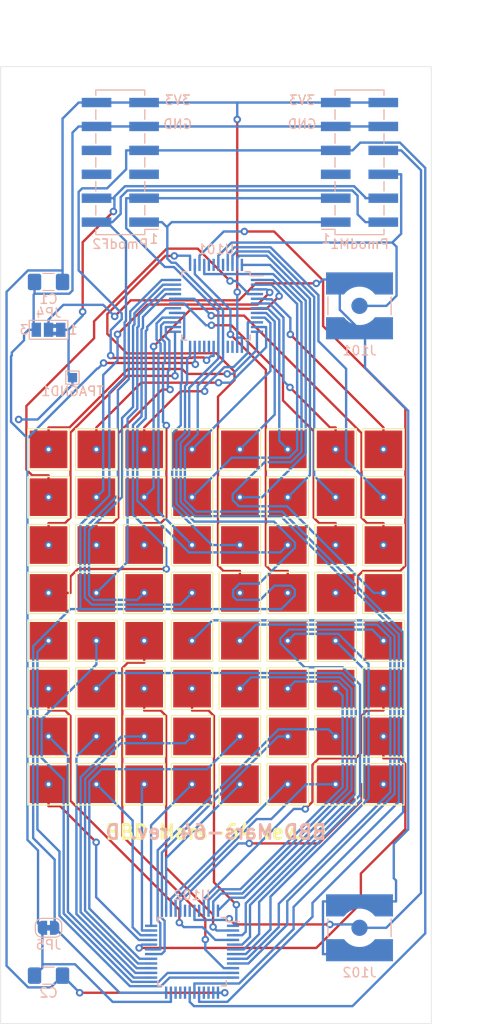
<source format=kicad_pcb>
(kicad_pcb (version 20171130) (host pcbnew "(5.1.5)-3")
  (title_block (title Mars-64) (date 2020-02-28) (rev D) (company "Bio Balance Detector"))
  (layers (0 F.Cu signal) (1 In1.Cu signal) (2 In2.Cu signal) (31 B.Cu signal) (34 B.Paste user) (35 F.Paste user) (36 B.SilkS user) (37 F.SilkS user) (38 B.Mask user) (39 F.Mask user) (44 Edge.Cuts user))
  (net 0 "")
  (net 1 /~SPI_CE)
  (net 2 /SPI_MOSI)
  (net 3 /SPI_CLK)
  (net 4 GND)
  (net 5 /VCC3V3)
  (net 6 /AGND)
  (net 7 /DA)
  (net 8 /DB)
  (net 9 "Net-(TP101-Pad1)")
  (net 10 "Net-(TP102-Pad1)")
  (net 11 "Net-(TP103-Pad1)")
  (net 12 "Net-(TP104-Pad1)")
  (net 13 "Net-(TP105-Pad1)")
  (net 14 "Net-(TP106-Pad1)")
  (net 15 "Net-(TP107-Pad1)")
  (net 16 "Net-(TP108-Pad1)")
  (net 17 "Net-(TP109-Pad1)")
  (net 18 "Net-(TP110-Pad1)")
  (net 19 "Net-(TP111-Pad1)")
  (net 20 "Net-(TP112-Pad1)")
  (net 21 "Net-(TP113-Pad1)")
  (net 22 "Net-(TP114-Pad1)")
  (net 23 "Net-(TP115-Pad1)")
  (net 24 "Net-(TP116-Pad1)")
  (net 25 "Net-(TP117-Pad1)")
  (net 26 "Net-(TP118-Pad1)")
  (net 27 "Net-(TP119-Pad1)")
  (net 28 "Net-(TP120-Pad1)")
  (net 29 "Net-(TP121-Pad1)")
  (net 30 "Net-(TP122-Pad1)")
  (net 31 "Net-(TP123-Pad1)")
  (net 32 "Net-(TP124-Pad1)")
  (net 33 "Net-(TP125-Pad1)")
  (net 34 "Net-(TP126-Pad1)")
  (net 35 "Net-(TP127-Pad1)")
  (net 36 "Net-(TP128-Pad1)")
  (net 37 "Net-(TP129-Pad1)")
  (net 38 "Net-(TP130-Pad1)")
  (net 39 "Net-(TP131-Pad1)")
  (net 40 "Net-(TP132-Pad1)")
  (net 41 "Net-(TP201-Pad1)")
  (net 42 "Net-(TP202-Pad1)")
  (net 43 "Net-(TP203-Pad1)")
  (net 44 "Net-(TP204-Pad1)")
  (net 45 "Net-(TP205-Pad1)")
  (net 46 "Net-(TP206-Pad1)")
  (net 47 "Net-(TP207-Pad1)")
  (net 48 "Net-(TP208-Pad1)")
  (net 49 "Net-(TP209-Pad1)")
  (net 50 "Net-(TP210-Pad1)")
  (net 51 "Net-(TP211-Pad1)")
  (net 52 "Net-(TP212-Pad1)")
  (net 53 "Net-(TP213-Pad1)")
  (net 54 "Net-(TP214-Pad1)")
  (net 55 "Net-(TP215-Pad1)")
  (net 56 "Net-(TP216-Pad1)")
  (net 57 "Net-(TP217-Pad1)")
  (net 58 "Net-(TP218-Pad1)")
  (net 59 "Net-(TP219-Pad1)")
  (net 60 "Net-(TP220-Pad1)")
  (net 61 "Net-(TP221-Pad1)")
  (net 62 "Net-(TP222-Pad1)")
  (net 63 "Net-(TP223-Pad1)")
  (net 64 "Net-(TP224-Pad1)")
  (net 65 "Net-(TP225-Pad1)")
  (net 66 "Net-(TP226-Pad1)")
  (net 67 "Net-(TP227-Pad1)")
  (net 68 "Net-(TP228-Pad1)")
  (net 69 "Net-(TP229-Pad1)")
  (net 70 "Net-(TP230-Pad1)")
  (net 71 "Net-(TP231-Pad1)")
  (net 72 "Net-(TP232-Pad1)")
  (net 73 "Net-(J101-Pad2)")
  (net 74 "Net-(JP5-Pad2)")
  (module MountingHole:MountingHole_2.2mm_M2 (layer F.Cu) (at 58.42 76.2)
    (fp_text reference H1 hide)
    (fp_text value MountingHole hide)
    (pad 1 np_thru_hole circle (at 0 0) (size 2.2 2.2) (drill 2.2) (layers *.Cu *.Mask))
  )
  (module MountingHole:MountingHole_2.2mm_M2 (layer F.Cu) (at 99.06 76.2)
    (fp_text reference H2 hide)
    (fp_text value MountingHole hide)
    (pad 1 np_thru_hole circle (at 0 0) (size 2.2 2.2) (drill 2.2) (layers *.Cu *.Mask))
  )
  (module MountingHole:MountingHole_2.2mm_M2 (layer F.Cu) (at 58.42 127)
    (fp_text reference H3 hide)
    (fp_text value MountingHole hide)
    (pad 1 np_thru_hole circle (at 0 0) (size 2.2 2.2) (drill 2.2) (layers *.Cu *.Mask))
  )
  (module MountingHole:MountingHole_2.2mm_M2 (layer F.Cu) (at 99.06 127)
    (fp_text reference H4 hide)
    (fp_text value MountingHole hide)
    (pad 1 np_thru_hole circle (at 0 0) (size 2.2 2.2) (drill 2.2) (layers *.Cu *.Mask))
  )
  (module TestPoint:TestPoint_Pad_4.0x4.0mm (layer F.Cu) (at 60.96 83.82)
    (fp_text reference TP101 hide)
    (fp_text value TestPoint_Small hide)
    (pad 1 smd rect (at 0 0) (size 4 4) (layers F.Cu F.Mask) (net 9 "Net-(TP101-Pad1)"))
  )
  (module TestPoint:TestPoint_Pad_4.0x4.0mm (layer F.Cu) (at 66.04 83.82)
    (fp_text reference TP102 hide)
    (fp_text value TestPoint_Small hide)
    (pad 1 smd rect (at 0 0) (size 4 4) (layers F.Cu F.Mask) (net 10 "Net-(TP102-Pad1)"))
  )
  (module TestPoint:TestPoint_Pad_4.0x4.0mm (layer F.Cu) (at 71.12 83.82)
    (fp_text reference TP103 hide)
    (fp_text value TestPoint_Small hide)
    (pad 1 smd rect (at 0 0) (size 4 4) (layers F.Cu F.Mask) (net 11 "Net-(TP103-Pad1)"))
  )
  (module TestPoint:TestPoint_Pad_4.0x4.0mm (layer F.Cu) (at 76.2 83.82)
    (fp_text reference TP104 hide)
    (fp_text value TestPoint_Small hide)
    (pad 1 smd rect (at 0 0) (size 4 4) (layers F.Cu F.Mask) (net 12 "Net-(TP104-Pad1)"))
  )
  (module TestPoint:TestPoint_Pad_4.0x4.0mm (layer F.Cu) (at 81.28 83.82)
    (fp_text reference TP105 hide)
    (fp_text value TestPoint_Small hide)
    (pad 1 smd rect (at 0 0) (size 4 4) (layers F.Cu F.Mask) (net 13 "Net-(TP105-Pad1)"))
  )
  (module TestPoint:TestPoint_Pad_4.0x4.0mm (layer F.Cu) (at 86.36 83.82)
    (fp_text reference TP106 hide)
    (fp_text value TestPoint_Small hide)
    (pad 1 smd rect (at 0 0) (size 4 4) (layers F.Cu F.Mask) (net 14 "Net-(TP106-Pad1)"))
  )
  (module TestPoint:TestPoint_Pad_4.0x4.0mm (layer F.Cu) (at 91.44 83.82)
    (fp_text reference TP107 hide)
    (fp_text value TestPoint_Small hide)
    (pad 1 smd rect (at 0 0) (size 4 4) (layers F.Cu F.Mask) (net 15 "Net-(TP107-Pad1)"))
  )
  (module TestPoint:TestPoint_Pad_4.0x4.0mm (layer F.Cu) (at 96.52 83.82)
    (fp_text reference TP108 hide)
    (fp_text value TestPoint_Small hide)
    (pad 1 smd rect (at 0 0) (size 4 4) (layers F.Cu F.Mask) (net 16 "Net-(TP108-Pad1)"))
  )
  (module TestPoint:TestPoint_Pad_4.0x4.0mm (layer F.Cu) (at 60.96 88.9)
    (fp_text reference TP109 hide)
    (fp_text value TestPoint_Small hide)
    (pad 1 smd rect (at 0 0) (size 4 4) (layers F.Cu F.Mask) (net 17 "Net-(TP109-Pad1)"))
  )
  (module TestPoint:TestPoint_Pad_4.0x4.0mm (layer F.Cu) (at 66.04 88.9)
    (fp_text reference TP110 hide)
    (fp_text value TestPoint_Small hide)
    (pad 1 smd rect (at 0 0) (size 4 4) (layers F.Cu F.Mask) (net 18 "Net-(TP110-Pad1)"))
  )
  (module TestPoint:TestPoint_Pad_4.0x4.0mm (layer F.Cu) (at 71.12 88.9)
    (fp_text reference TP111 hide)
    (fp_text value TestPoint_Small hide)
    (pad 1 smd rect (at 0 0) (size 4 4) (layers F.Cu F.Mask) (net 19 "Net-(TP111-Pad1)"))
  )
  (module TestPoint:TestPoint_Pad_4.0x4.0mm (layer F.Cu) (at 76.2 88.9)
    (fp_text reference TP112 hide)
    (fp_text value TestPoint_Small hide)
    (pad 1 smd rect (at 0 0) (size 4 4) (layers F.Cu F.Mask) (net 20 "Net-(TP112-Pad1)"))
  )
  (module TestPoint:TestPoint_Pad_4.0x4.0mm (layer F.Cu) (at 81.28 88.9)
    (fp_text reference TP113 hide)
    (fp_text value TestPoint_Small hide)
    (pad 1 smd rect (at 0 0) (size 4 4) (layers F.Cu F.Mask) (net 21 "Net-(TP113-Pad1)"))
  )
  (module TestPoint:TestPoint_Pad_4.0x4.0mm (layer F.Cu) (at 86.36 88.9)
    (fp_text reference TP114 hide)
    (fp_text value TestPoint_Small hide)
    (pad 1 smd rect (at 0 0) (size 4 4) (layers F.Cu F.Mask) (net 22 "Net-(TP114-Pad1)"))
  )
  (module TestPoint:TestPoint_Pad_4.0x4.0mm (layer F.Cu) (at 91.44 88.9)
    (fp_text reference TP115 hide)
    (fp_text value TestPoint_Small hide)
    (pad 1 smd rect (at 0 0) (size 4 4) (layers F.Cu F.Mask) (net 23 "Net-(TP115-Pad1)"))
  )
  (module TestPoint:TestPoint_Pad_4.0x4.0mm (layer F.Cu) (at 96.52 88.9)
    (fp_text reference TP116 hide)
    (fp_text value TestPoint_Small hide)
    (pad 1 smd rect (at 0 0) (size 4 4) (layers F.Cu F.Mask) (net 24 "Net-(TP116-Pad1)"))
  )
  (module TestPoint:TestPoint_Pad_4.0x4.0mm (layer F.Cu) (at 60.96 93.98)
    (fp_text reference TP117 hide)
    (fp_text value TestPoint_Small hide)
    (pad 1 smd rect (at 0 0) (size 4 4) (layers F.Cu F.Mask) (net 25 "Net-(TP117-Pad1)"))
  )
  (module TestPoint:TestPoint_Pad_4.0x4.0mm (layer F.Cu) (at 66.04 93.98)
    (fp_text reference TP118 hide)
    (fp_text value TestPoint_Small hide)
    (pad 1 smd rect (at 0 0) (size 4 4) (layers F.Cu F.Mask) (net 26 "Net-(TP118-Pad1)"))
  )
  (module TestPoint:TestPoint_Pad_4.0x4.0mm (layer F.Cu) (at 71.12 93.98)
    (fp_text reference TP119 hide)
    (fp_text value TestPoint_Small hide)
    (pad 1 smd rect (at 0 0) (size 4 4) (layers F.Cu F.Mask) (net 27 "Net-(TP119-Pad1)"))
  )
  (module TestPoint:TestPoint_Pad_4.0x4.0mm (layer F.Cu) (at 76.2 93.98)
    (fp_text reference TP120 hide)
    (fp_text value TestPoint_Small hide)
    (pad 1 smd rect (at 0 0) (size 4 4) (layers F.Cu F.Mask) (net 28 "Net-(TP120-Pad1)"))
  )
  (module TestPoint:TestPoint_Pad_4.0x4.0mm (layer F.Cu) (at 81.28 93.98)
    (fp_text reference TP121 hide)
    (fp_text value TestPoint_Small hide)
    (pad 1 smd rect (at 0 0) (size 4 4) (layers F.Cu F.Mask) (net 29 "Net-(TP121-Pad1)"))
  )
  (module TestPoint:TestPoint_Pad_4.0x4.0mm (layer F.Cu) (at 86.36 93.98)
    (fp_text reference TP122 hide)
    (fp_text value TestPoint_Small hide)
    (pad 1 smd rect (at 0 0) (size 4 4) (layers F.Cu F.Mask) (net 30 "Net-(TP122-Pad1)"))
  )
  (module TestPoint:TestPoint_Pad_4.0x4.0mm (layer F.Cu) (at 91.44 93.98)
    (fp_text reference TP123 hide)
    (fp_text value TestPoint_Small hide)
    (pad 1 smd rect (at 0 0) (size 4 4) (layers F.Cu F.Mask) (net 31 "Net-(TP123-Pad1)"))
  )
  (module TestPoint:TestPoint_Pad_4.0x4.0mm (layer F.Cu) (at 96.52 93.98)
    (fp_text reference TP124 hide)
    (fp_text value TestPoint_Small hide)
    (pad 1 smd rect (at 0 0) (size 4 4) (layers F.Cu F.Mask) (net 32 "Net-(TP124-Pad1)"))
  )
  (module TestPoint:TestPoint_Pad_4.0x4.0mm (layer F.Cu) (at 60.96 99.06)
    (fp_text reference TP125 hide)
    (fp_text value TestPoint_Small hide)
    (pad 1 smd rect (at 0 0) (size 4 4) (layers F.Cu F.Mask) (net 33 "Net-(TP125-Pad1)"))
  )
  (module TestPoint:TestPoint_Pad_4.0x4.0mm (layer F.Cu) (at 66.04 99.06)
    (fp_text reference TP126 hide)
    (fp_text value TestPoint_Small hide)
    (pad 1 smd rect (at 0 0) (size 4 4) (layers F.Cu F.Mask) (net 34 "Net-(TP126-Pad1)"))
  )
  (module TestPoint:TestPoint_Pad_4.0x4.0mm (layer F.Cu) (at 71.12 99.06)
    (fp_text reference TP127 hide)
    (fp_text value TestPoint_Small hide)
    (pad 1 smd rect (at 0 0) (size 4 4) (layers F.Cu F.Mask) (net 35 "Net-(TP127-Pad1)"))
  )
  (module TestPoint:TestPoint_Pad_4.0x4.0mm (layer F.Cu) (at 76.2 99.06)
    (fp_text reference TP128 hide)
    (fp_text value TestPoint_Small hide)
    (pad 1 smd rect (at 0 0) (size 4 4) (layers F.Cu F.Mask) (net 36 "Net-(TP128-Pad1)"))
  )
  (module TestPoint:TestPoint_Pad_4.0x4.0mm (layer F.Cu) (at 81.28 99.06)
    (fp_text reference TP129 hide)
    (fp_text value TestPoint_Small hide)
    (pad 1 smd rect (at 0 0) (size 4 4) (layers F.Cu F.Mask) (net 37 "Net-(TP129-Pad1)"))
  )
  (module TestPoint:TestPoint_Pad_4.0x4.0mm (layer F.Cu) (at 86.36 99.06)
    (fp_text reference TP130 hide)
    (fp_text value TestPoint_Small hide)
    (pad 1 smd rect (at 0 0) (size 4 4) (layers F.Cu F.Mask) (net 38 "Net-(TP130-Pad1)"))
  )
  (module TestPoint:TestPoint_Pad_4.0x4.0mm (layer F.Cu) (at 91.44 99.06)
    (fp_text reference TP131 hide)
    (fp_text value TestPoint_Small hide)
    (pad 1 smd rect (at 0 0) (size 4 4) (layers F.Cu F.Mask) (net 39 "Net-(TP131-Pad1)"))
  )
  (module TestPoint:TestPoint_Pad_4.0x4.0mm (layer F.Cu) (at 96.52 99.06)
    (fp_text reference TP132 hide)
    (fp_text value TestPoint_Small hide)
    (pad 1 smd rect (at 0 0) (size 4 4) (layers F.Cu F.Mask) (net 40 "Net-(TP132-Pad1)"))
  )
  (module TestPoint:TestPoint_Pad_4.0x4.0mm (layer F.Cu) (at 60.96 104.14)
    (fp_text reference TP201 hide)
    (fp_text value TestPoint_Small hide)
    (pad 1 smd rect (at 0 0) (size 4 4) (layers F.Cu F.Mask) (net 41 "Net-(TP201-Pad1)"))
  )
  (module TestPoint:TestPoint_Pad_4.0x4.0mm (layer F.Cu) (at 66.04 104.14)
    (fp_text reference TP202 hide)
    (fp_text value TestPoint_Small hide)
    (pad 1 smd rect (at 0 0) (size 4 4) (layers F.Cu F.Mask) (net 42 "Net-(TP202-Pad1)"))
  )
  (module TestPoint:TestPoint_Pad_4.0x4.0mm (layer F.Cu) (at 71.12 104.14)
    (fp_text reference TP203 hide)
    (fp_text value TestPoint_Small hide)
    (pad 1 smd rect (at 0 0) (size 4 4) (layers F.Cu F.Mask) (net 43 "Net-(TP203-Pad1)"))
  )
  (module TestPoint:TestPoint_Pad_4.0x4.0mm (layer F.Cu) (at 76.2 104.14)
    (fp_text reference TP204 hide)
    (fp_text value TestPoint_Small hide)
    (pad 1 smd rect (at 0 0) (size 4 4) (layers F.Cu F.Mask) (net 44 "Net-(TP204-Pad1)"))
  )
  (module TestPoint:TestPoint_Pad_4.0x4.0mm (layer F.Cu) (at 81.28 104.14)
    (fp_text reference TP205 hide)
    (fp_text value TestPoint_Small hide)
    (pad 1 smd rect (at 0 0) (size 4 4) (layers F.Cu F.Mask) (net 45 "Net-(TP205-Pad1)"))
  )
  (module TestPoint:TestPoint_Pad_4.0x4.0mm (layer F.Cu) (at 86.36 104.14)
    (fp_text reference TP206 hide)
    (fp_text value TestPoint_Small hide)
    (pad 1 smd rect (at 0 0) (size 4 4) (layers F.Cu F.Mask) (net 46 "Net-(TP206-Pad1)"))
  )
  (module TestPoint:TestPoint_Pad_4.0x4.0mm (layer F.Cu) (at 91.44 104.14)
    (fp_text reference TP207 hide)
    (fp_text value TestPoint_Small hide)
    (pad 1 smd rect (at 0 0) (size 4 4) (layers F.Cu F.Mask) (net 47 "Net-(TP207-Pad1)"))
  )
  (module TestPoint:TestPoint_Pad_4.0x4.0mm (layer F.Cu) (at 96.52 104.14)
    (fp_text reference TP208 hide)
    (fp_text value TestPoint_Small hide)
    (pad 1 smd rect (at 0 0) (size 4 4) (layers F.Cu F.Mask) (net 48 "Net-(TP208-Pad1)"))
  )
  (module TestPoint:TestPoint_Pad_4.0x4.0mm (layer F.Cu) (at 60.96 109.22)
    (fp_text reference TP209 hide)
    (fp_text value TestPoint_Small hide)
    (pad 1 smd rect (at 0 0) (size 4 4) (layers F.Cu F.Mask) (net 49 "Net-(TP209-Pad1)"))
  )
  (module TestPoint:TestPoint_Pad_4.0x4.0mm (layer F.Cu) (at 66.04 109.22)
    (fp_text reference TP210 hide)
    (fp_text value TestPoint_Small hide)
    (pad 1 smd rect (at 0 0) (size 4 4) (layers F.Cu F.Mask) (net 50 "Net-(TP210-Pad1)"))
  )
  (module TestPoint:TestPoint_Pad_4.0x4.0mm (layer F.Cu) (at 71.12 109.22)
    (fp_text reference TP211 hide)
    (fp_text value TestPoint_Small hide)
    (pad 1 smd rect (at 0 0) (size 4 4) (layers F.Cu F.Mask) (net 51 "Net-(TP211-Pad1)"))
  )
  (module TestPoint:TestPoint_Pad_4.0x4.0mm (layer F.Cu) (at 76.2 109.22)
    (fp_text reference TP212 hide)
    (fp_text value TestPoint_Small hide)
    (pad 1 smd rect (at 0 0) (size 4 4) (layers F.Cu F.Mask) (net 52 "Net-(TP212-Pad1)"))
  )
  (module TestPoint:TestPoint_Pad_4.0x4.0mm (layer F.Cu) (at 81.28 109.22)
    (fp_text reference TP213 hide)
    (fp_text value TestPoint_Small hide)
    (pad 1 smd rect (at 0 0) (size 4 4) (layers F.Cu F.Mask) (net 53 "Net-(TP213-Pad1)"))
  )
  (module TestPoint:TestPoint_Pad_4.0x4.0mm (layer F.Cu) (at 86.36 109.22)
    (fp_text reference TP214 hide)
    (fp_text value TestPoint_Small hide)
    (pad 1 smd rect (at 0 0) (size 4 4) (layers F.Cu F.Mask) (net 54 "Net-(TP214-Pad1)"))
  )
  (module TestPoint:TestPoint_Pad_4.0x4.0mm (layer F.Cu) (at 91.44 109.22)
    (fp_text reference TP215 hide)
    (fp_text value TestPoint_Small hide)
    (pad 1 smd rect (at 0 0) (size 4 4) (layers F.Cu F.Mask) (net 55 "Net-(TP215-Pad1)"))
  )
  (module TestPoint:TestPoint_Pad_4.0x4.0mm (layer F.Cu) (at 96.52 109.22)
    (fp_text reference TP216 hide)
    (fp_text value TestPoint_Small hide)
    (pad 1 smd rect (at 0 0) (size 4 4) (layers F.Cu F.Mask) (net 56 "Net-(TP216-Pad1)"))
  )
  (module TestPoint:TestPoint_Pad_4.0x4.0mm (layer F.Cu) (at 60.96 114.3)
    (fp_text reference TP217 hide)
    (fp_text value TestPoint_Small hide)
    (pad 1 smd rect (at 0 0) (size 4 4) (layers F.Cu F.Mask) (net 57 "Net-(TP217-Pad1)"))
  )
  (module TestPoint:TestPoint_Pad_4.0x4.0mm (layer F.Cu) (at 66.04 114.3)
    (fp_text reference TP218 hide)
    (fp_text value TestPoint_Small hide)
    (pad 1 smd rect (at 0 0) (size 4 4) (layers F.Cu F.Mask) (net 58 "Net-(TP218-Pad1)"))
  )
  (module TestPoint:TestPoint_Pad_4.0x4.0mm (layer F.Cu) (at 71.12 114.3)
    (fp_text reference TP219 hide)
    (fp_text value TestPoint_Small hide)
    (pad 1 smd rect (at 0 0) (size 4 4) (layers F.Cu F.Mask) (net 59 "Net-(TP219-Pad1)"))
  )
  (module TestPoint:TestPoint_Pad_4.0x4.0mm (layer F.Cu) (at 76.2 114.3)
    (fp_text reference TP220 hide)
    (fp_text value TestPoint_Small hide)
    (pad 1 smd rect (at 0 0) (size 4 4) (layers F.Cu F.Mask) (net 60 "Net-(TP220-Pad1)"))
  )
  (module TestPoint:TestPoint_Pad_4.0x4.0mm (layer F.Cu) (at 81.28 114.3)
    (fp_text reference TP221 hide)
    (fp_text value TestPoint_Small hide)
    (pad 1 smd rect (at 0 0) (size 4 4) (layers F.Cu F.Mask) (net 61 "Net-(TP221-Pad1)"))
  )
  (module TestPoint:TestPoint_Pad_4.0x4.0mm (layer F.Cu) (at 86.36 114.3)
    (fp_text reference TP222 hide)
    (fp_text value TestPoint_Small hide)
    (pad 1 smd rect (at 0 0) (size 4 4) (layers F.Cu F.Mask) (net 62 "Net-(TP222-Pad1)"))
  )
  (module TestPoint:TestPoint_Pad_4.0x4.0mm (layer F.Cu) (at 91.44 114.3)
    (fp_text reference TP223 hide)
    (fp_text value TestPoint_Small hide)
    (pad 1 smd rect (at 0 0) (size 4 4) (layers F.Cu F.Mask) (net 63 "Net-(TP223-Pad1)"))
  )
  (module TestPoint:TestPoint_Pad_4.0x4.0mm (layer F.Cu) (at 96.52 114.3)
    (fp_text reference TP224 hide)
    (fp_text value TestPoint_Small hide)
    (pad 1 smd rect (at 0 0) (size 4 4) (layers F.Cu F.Mask) (net 64 "Net-(TP224-Pad1)"))
  )
  (module TestPoint:TestPoint_Pad_4.0x4.0mm (layer F.Cu) (at 60.96 119.38)
    (fp_text reference TP225 hide)
    (fp_text value TestPoint_Small hide)
    (pad 1 smd rect (at 0 0) (size 4 4) (layers F.Cu F.Mask) (net 65 "Net-(TP225-Pad1)"))
  )
  (module TestPoint:TestPoint_Pad_4.0x4.0mm (layer F.Cu) (at 66.04 119.38)
    (fp_text reference TP226 hide)
    (fp_text value TestPoint_Small hide)
    (pad 1 smd rect (at 0 0) (size 4 4) (layers F.Cu F.Mask) (net 66 "Net-(TP226-Pad1)"))
  )
  (module TestPoint:TestPoint_Pad_4.0x4.0mm (layer F.Cu) (at 71.12 119.38)
    (fp_text reference TP227 hide)
    (fp_text value TestPoint_Small hide)
    (pad 1 smd rect (at 0 0) (size 4 4) (layers F.Cu F.Mask) (net 67 "Net-(TP227-Pad1)"))
  )
  (module TestPoint:TestPoint_Pad_4.0x4.0mm (layer F.Cu) (at 76.2 119.38)
    (fp_text reference TP228 hide)
    (fp_text value TestPoint_Small hide)
    (pad 1 smd rect (at 0 0) (size 4 4) (layers F.Cu F.Mask) (net 68 "Net-(TP228-Pad1)"))
  )
  (module TestPoint:TestPoint_Pad_4.0x4.0mm (layer F.Cu) (at 81.28 119.38)
    (fp_text reference TP229 hide)
    (fp_text value TestPoint_Small hide)
    (pad 1 smd rect (at 0 0) (size 4 4) (layers F.Cu F.Mask) (net 69 "Net-(TP229-Pad1)"))
  )
  (module TestPoint:TestPoint_Pad_4.0x4.0mm (layer F.Cu) (at 86.36 119.38)
    (fp_text reference TP230 hide)
    (fp_text value TestPoint_Small hide)
    (pad 1 smd rect (at 0 0) (size 4 4) (layers F.Cu F.Mask) (net 70 "Net-(TP230-Pad1)"))
  )
  (module TestPoint:TestPoint_Pad_4.0x4.0mm (layer F.Cu) (at 91.44 119.38)
    (fp_text reference TP231 hide)
    (fp_text value TestPoint_Small hide)
    (pad 1 smd rect (at 0 0) (size 4 4) (layers F.Cu F.Mask) (net 71 "Net-(TP231-Pad1)"))
  )
  (module TestPoint:TestPoint_Pad_4.0x4.0mm (layer F.Cu) (at 96.52 119.38)
    (fp_text reference TP232 hide)
    (fp_text value TestPoint_Small hide)
    (pad 1 smd rect (at 0 0) (size 4 4) (layers F.Cu F.Mask) (net 72 "Net-(TP232-Pad1)"))
  )
  (module Connector_Coaxial:SMA_Amphenol_132134-10_Vertical (layer B.Cu) (at 93.98 68.58)
    (fp_text reference J101 (at 0 4.75) (layer B.SilkS) (effects (justify mirror)))
    (fp_text value Conn_Coaxial)
    (pad 1 smd circle (at 0 0 270) (size 1.73 1.73) (layers B.Cu B.Paste B.Mask) (net 7 /DA))
    (pad 2 smd custom (at 0 -2.8) (size 7.11 1.51) (layers B.Cu B.Paste B.Mask) (net 73 "Net-(J101-Pad2)") (options (clearance outline) (anchor rect)) (primitives (gr_poly (pts (xy -1.645 1.595) (xy -1.5 1.42) (xy -1.36 1.28) (xy -1.205 1.155) (xy -1.035 1.045) (xy -0.86 0.95) (xy -0.675 0.875) (xy -0.48 0.82) (xy -0.28 0.78) (xy -0.085 0.765) (xy 0 0.765) (xy 0 -0.755) (xy -3.555 -0.755) (xy -3.555 1.595)) (width 0)) (gr_poly (pts (xy 1.645 1.595) (xy 1.5 1.42) (xy 1.36 1.28) (xy 1.205 1.155) (xy 1.035 1.045) (xy 0.86 0.95) (xy 0.675 0.875) (xy 0.48 0.82) (xy 0.28 0.78) (xy 0.085 0.765) (xy 0 0.765) (xy 0 -0.755) (xy 3.555 -0.755) (xy 3.555 1.595)) (width 0))))
    (pad 2 smd custom (at 0 2.8 180) (size 7.11 1.51) (layers B.Cu B.Paste B.Mask) (net 73 "Net-(J101-Pad2)") (options (clearance outline) (anchor rect)) (primitives (gr_poly (pts (xy -1.645 1.595) (xy -1.5 1.42) (xy -1.36 1.28) (xy -1.205 1.155) (xy -1.035 1.045) (xy -0.86 0.95) (xy -0.675 0.875) (xy -0.48 0.82) (xy -0.28 0.78) (xy -0.085 0.765) (xy 0 0.765) (xy 0 -0.755) (xy -3.555 -0.755) (xy -3.555 1.595)) (width 0)) (gr_poly (pts (xy 1.645 1.595) (xy 1.5 1.42) (xy 1.36 1.28) (xy 1.205 1.155) (xy 1.035 1.045) (xy 0.86 0.95) (xy 0.675 0.875) (xy 0.48 0.82) (xy 0.28 0.78) (xy 0.085 0.765) (xy 0 0.765) (xy 0 -0.755) (xy 3.555 -0.755) (xy 3.555 1.595)) (width 0))))
  )
  (module Connector_Coaxial:SMA_Amphenol_132134-10_Vertical (layer B.Cu) (at 93.98 134.62)
    (fp_text reference J102 (at 0 4.75) (layer B.SilkS) (effects (justify mirror)))
    (fp_text value Conn_Coaxial)
    (pad 2 smd custom (at 0 2.8 180) (size 7.11 1.51) (layers B.Cu B.Paste B.Mask) (net 73 "Net-(J101-Pad2)") (options (clearance outline) (anchor rect)) (primitives (gr_poly (pts (xy -1.645 1.595) (xy -1.5 1.42) (xy -1.36 1.28) (xy -1.205 1.155) (xy -1.035 1.045) (xy -0.86 0.95) (xy -0.675 0.875) (xy -0.48 0.82) (xy -0.28 0.78) (xy -0.085 0.765) (xy 0 0.765) (xy 0 -0.755) (xy -3.555 -0.755) (xy -3.555 1.595)) (width 0)) (gr_poly (pts (xy 1.645 1.595) (xy 1.5 1.42) (xy 1.36 1.28) (xy 1.205 1.155) (xy 1.035 1.045) (xy 0.86 0.95) (xy 0.675 0.875) (xy 0.48 0.82) (xy 0.28 0.78) (xy 0.085 0.765) (xy 0 0.765) (xy 0 -0.755) (xy 3.555 -0.755) (xy 3.555 1.595)) (width 0))))
    (pad 2 smd custom (at 0 -2.8) (size 7.11 1.51) (layers B.Cu B.Paste B.Mask) (net 73 "Net-(J101-Pad2)") (options (clearance outline) (anchor rect)) (primitives (gr_poly (pts (xy -1.645 1.595) (xy -1.5 1.42) (xy -1.36 1.28) (xy -1.205 1.155) (xy -1.035 1.045) (xy -0.86 0.95) (xy -0.675 0.875) (xy -0.48 0.82) (xy -0.28 0.78) (xy -0.085 0.765) (xy 0 0.765) (xy 0 -0.755) (xy -3.555 -0.755) (xy -3.555 1.595)) (width 0)) (gr_poly (pts (xy 1.645 1.595) (xy 1.5 1.42) (xy 1.36 1.28) (xy 1.205 1.155) (xy 1.035 1.045) (xy 0.86 0.95) (xy 0.675 0.875) (xy 0.48 0.82) (xy 0.28 0.78) (xy 0.085 0.765) (xy 0 0.765) (xy 0 -0.755) (xy 3.555 -0.755) (xy 3.555 1.595)) (width 0))))
    (pad 1 smd circle (at 0 0 270) (size 1.73 1.73) (layers B.Cu B.Paste B.Mask) (net 8 /DB))
  )
  (module TestPoint:TestPoint_Pad_1.0x1.0mm (layer B.Cu) (at 63.5 76.2)
    (fp_text reference TPAGND1 (at 0 1.448) (layer B.SilkS) (effects (justify mirror)))
    (fp_text value TestPoint_Small)
    (pad 1 smd rect (at 0 0) (size 1 1) (layers B.Cu B.Mask) (net 6 /AGND))
  )
  (module Jumper:SolderJumper-3_P1.3mm_Bridged2Bar12_Pad1.0x1.5mm_NumberLabels (layer B.Cu) (at 60.96 71.12 180)
    (fp_text reference JP4 (at 0 1.8) (layer B.SilkS) (effects (justify mirror)))
    (fp_text value Jumper_NC_Dual)
    (fp_text user 3 (at 2.6 0) (layer B.SilkS) (effects (justify mirror)))
    (fp_text user 1 (at -2.6 0) (layer B.SilkS) (effects (justify mirror)))
    (fp_poly (pts (xy -0.9 -0.2) (xy -0.4 -0.2) (xy -0.4 -0.6) (xy -0.9 -0.6)) (layer B.Cu) (width 0))
    (fp_poly (pts (xy -0.9 0.6) (xy -0.4 0.6) (xy -0.4 0.2) (xy -0.9 0.2)) (layer B.Cu) (width 0))
    (pad 1 smd rect (at -1.3 0 180) (size 1 1.5) (layers B.Cu B.Mask) (net 6 /AGND))
    (pad 3 smd rect (at 1.3 0 180) (size 1 1.5) (layers B.Cu B.Mask) (net 4 GND))
    (pad 2 smd rect (at 0 0 180) (size 1 1.5) (layers B.Cu B.Mask) (net 73 "Net-(J101-Pad2)"))
  )
  (module Mars-64:PinHeader_2x06_P2.54mm_Vertical_SMD_TopBottom (layer B.Cu) (at 93.98 53.34)
    (fp_text reference PmodM1 (at 0 8.68) (layer B.SilkS) (effects (justify mirror)))
    (fp_text value Conn_02x06_Top_Bottom)
    (fp_text user GND (at -6.096 -4.064) (layer B.SilkS) (effects (justify mirror)))
    (fp_text user 3V3 (at -6.096 -6.604) (layer B.SilkS) (effects (justify mirror)))
    (fp_text user 1 (at -3.556 8.128) (layer B.SilkS) (effects (justify mirror)))
    (pad 12 smd rect (at 2.525 -6.35) (size 3.15 1) (layers B.Cu B.Paste B.Mask) (net 5 /VCC3V3))
    (pad 6 smd rect (at -2.525 -6.35) (size 3.15 1) (layers B.Cu B.Paste B.Mask) (net 5 /VCC3V3))
    (pad 11 smd rect (at 2.525 -3.81) (size 3.15 1) (layers B.Cu B.Paste B.Mask) (net 4 GND))
    (pad 5 smd rect (at -2.525 -3.81) (size 3.15 1) (layers B.Cu B.Paste B.Mask) (net 4 GND))
    (pad 10 smd rect (at 2.525 -1.27) (size 3.15 1) (layers B.Cu B.Paste B.Mask) (net 8 /DB))
    (pad 4 smd rect (at -2.525 -1.27) (size 3.15 1) (layers B.Cu B.Paste B.Mask) (net 3 /SPI_CLK))
    (pad 9 smd rect (at 2.525 1.27) (size 3.15 1) (layers B.Cu B.Paste B.Mask) (net 7 /DA))
    (pad 3 smd rect (at -2.525 1.27) (size 3.15 1) (layers B.Cu B.Paste B.Mask))
    (pad 8 smd rect (at 2.525 3.81) (size 3.15 1) (layers B.Cu B.Paste B.Mask) (net 6 /AGND))
    (pad 2 smd rect (at -2.525 3.81) (size 3.15 1) (layers B.Cu B.Paste B.Mask) (net 2 /SPI_MOSI))
    (pad 7 smd rect (at 2.525 6.35) (size 3.15 1) (layers B.Cu B.Paste B.Mask) (net 74 "Net-(JP5-Pad2)"))
    (pad 1 smd rect (at -2.525 6.35) (size 3.15 1) (layers B.Cu B.Paste B.Mask) (net 1 /~SPI_CE))
  )
  (module Mars-64:PinHeader_2x06_P2.54mm_Vertical_SMD_TopBottom_Mirrored (layer B.Cu) (at 68.58 53.34)
    (fp_text reference PmodF2 (at 0 8.68) (layer B.SilkS) (effects (justify mirror)))
    (fp_text value Conn_02x06_Top_Bottom)
    (fp_text user GND (at 6.096 -4.064) (layer B.SilkS) (effects (justify mirror)))
    (fp_text user 3V3 (at 6.096 -6.604) (layer B.SilkS) (effects (justify mirror)))
    (fp_text user 1 (at 3.556 8.128) (layer B.SilkS) (effects (justify mirror)))
    (pad 12 smd rect (at -2.525 -6.35) (size 3.15 1) (layers B.Cu B.Paste B.Mask) (net 5 /VCC3V3))
    (pad 6 smd rect (at 2.525 -6.35) (size 3.15 1) (layers B.Cu B.Paste B.Mask) (net 5 /VCC3V3))
    (pad 11 smd rect (at -2.525 -3.81) (size 3.15 1) (layers B.Cu B.Paste B.Mask) (net 4 GND))
    (pad 5 smd rect (at 2.525 -3.81) (size 3.15 1) (layers B.Cu B.Paste B.Mask) (net 4 GND))
    (pad 10 smd rect (at -2.525 -1.27) (size 3.15 1) (layers B.Cu B.Paste B.Mask))
    (pad 4 smd rect (at 2.525 -1.27) (size 3.15 1) (layers B.Cu B.Paste B.Mask) (net 3 /SPI_CLK))
    (pad 9 smd rect (at -2.525 1.27) (size 3.15 1) (layers B.Cu B.Paste B.Mask))
    (pad 3 smd rect (at 2.525 1.27) (size 3.15 1) (layers B.Cu B.Paste B.Mask))
    (pad 8 smd rect (at -2.525 3.81) (size 3.15 1) (layers B.Cu B.Paste B.Mask) (net 6 /AGND))
    (pad 2 smd rect (at 2.525 3.81) (size 3.15 1) (layers B.Cu B.Paste B.Mask) (net 2 /SPI_MOSI))
    (pad 7 smd rect (at -2.525 6.35) (size 3.15 1) (layers B.Cu B.Paste B.Mask) (net 74 "Net-(JP5-Pad2)"))
    (pad 1 smd rect (at 2.525 6.35) (size 3.15 1) (layers B.Cu B.Paste B.Mask) (net 1 /~SPI_CE))
  )
  (module Package_QFP:TQFP-48_7x7mm_P0.5mm (layer B.Cu) (at 78.74 68.58 180)
    (fp_text reference U101 (at 0 6) (layer B.SilkS) (effects (justify mirror)))
    (fp_text value ADG731)
    (pad 1 smd rect (at -4.35 2.75 180) (size 1.3 0.25) (layers B.Cu B.Paste B.Mask) (net 20 "Net-(TP112-Pad1)"))
    (pad 2 smd rect (at -4.35 2.25 180) (size 1.3 0.25) (layers B.Cu B.Paste B.Mask) (net 19 "Net-(TP111-Pad1)"))
    (pad 3 smd rect (at -4.35 1.75 180) (size 1.3 0.25) (layers B.Cu B.Paste B.Mask) (net 18 "Net-(TP110-Pad1)"))
    (pad 4 smd rect (at -4.35 1.25 180) (size 1.3 0.25) (layers B.Cu B.Paste B.Mask) (net 17 "Net-(TP109-Pad1)"))
    (pad 5 smd rect (at -4.35 0.75 180) (size 1.3 0.25) (layers B.Cu B.Paste B.Mask) (net 16 "Net-(TP108-Pad1)"))
    (pad 6 smd rect (at -4.35 0.25 180) (size 1.3 0.25) (layers B.Cu B.Paste B.Mask) (net 15 "Net-(TP107-Pad1)"))
    (pad 7 smd rect (at -4.35 -0.25 180) (size 1.3 0.25) (layers B.Cu B.Paste B.Mask) (net 14 "Net-(TP106-Pad1)"))
    (pad 8 smd rect (at -4.35 -0.75 180) (size 1.3 0.25) (layers B.Cu B.Paste B.Mask) (net 13 "Net-(TP105-Pad1)"))
    (pad 9 smd rect (at -4.35 -1.25 180) (size 1.3 0.25) (layers B.Cu B.Paste B.Mask) (net 12 "Net-(TP104-Pad1)"))
    (pad 10 smd rect (at -4.35 -1.75 180) (size 1.3 0.25) (layers B.Cu B.Paste B.Mask) (net 11 "Net-(TP103-Pad1)"))
    (pad 11 smd rect (at -4.35 -2.25 180) (size 1.3 0.25) (layers B.Cu B.Paste B.Mask) (net 10 "Net-(TP102-Pad1)"))
    (pad 12 smd rect (at -4.35 -2.75 180) (size 1.3 0.25) (layers B.Cu B.Paste B.Mask) (net 9 "Net-(TP101-Pad1)"))
    (pad 13 smd rect (at -2.75 -4.35 90) (size 1.3 0.25) (layers B.Cu B.Paste B.Mask) (net 5 /VCC3V3))
    (pad 14 smd rect (at -2.25 -4.35 90) (size 1.3 0.25) (layers B.Cu B.Paste B.Mask) (net 5 /VCC3V3))
    (pad 15 smd rect (at -1.75 -4.35 90) (size 1.3 0.25) (layers B.Cu B.Paste B.Mask))
    (pad 16 smd rect (at -1.25 -4.35 90) (size 1.3 0.25) (layers B.Cu B.Paste B.Mask))
    (pad 17 smd rect (at -0.75 -4.35 90) (size 1.3 0.25) (layers B.Cu B.Paste B.Mask) (net 1 /~SPI_CE))
    (pad 18 smd rect (at -0.25 -4.35 90) (size 1.3 0.25) (layers B.Cu B.Paste B.Mask) (net 2 /SPI_MOSI))
    (pad 19 smd rect (at 0.25 -4.35 90) (size 1.3 0.25) (layers B.Cu B.Paste B.Mask) (net 3 /SPI_CLK))
    (pad 20 smd rect (at 0.75 -4.35 90) (size 1.3 0.25) (layers B.Cu B.Paste B.Mask))
    (pad 21 smd rect (at 1.25 -4.35 90) (size 1.3 0.25) (layers B.Cu B.Paste B.Mask))
    (pad 22 smd rect (at 1.75 -4.35 90) (size 1.3 0.25) (layers B.Cu B.Paste B.Mask))
    (pad 23 smd rect (at 2.25 -4.35 90) (size 1.3 0.25) (layers B.Cu B.Paste B.Mask) (net 4 GND))
    (pad 24 smd rect (at 2.75 -4.35 90) (size 1.3 0.25) (layers B.Cu B.Paste B.Mask) (net 74 "Net-(JP5-Pad2)"))
    (pad 25 smd rect (at 4.35 -2.75 180) (size 1.3 0.25) (layers B.Cu B.Paste B.Mask) (net 25 "Net-(TP117-Pad1)"))
    (pad 26 smd rect (at 4.35 -2.25 180) (size 1.3 0.25) (layers B.Cu B.Paste B.Mask) (net 26 "Net-(TP118-Pad1)"))
    (pad 27 smd rect (at 4.35 -1.75 180) (size 1.3 0.25) (layers B.Cu B.Paste B.Mask) (net 27 "Net-(TP119-Pad1)"))
    (pad 28 smd rect (at 4.35 -1.25 180) (size 1.3 0.25) (layers B.Cu B.Paste B.Mask) (net 28 "Net-(TP120-Pad1)"))
    (pad 29 smd rect (at 4.35 -0.75 180) (size 1.3 0.25) (layers B.Cu B.Paste B.Mask) (net 29 "Net-(TP121-Pad1)"))
    (pad 30 smd rect (at 4.35 -0.25 180) (size 1.3 0.25) (layers B.Cu B.Paste B.Mask) (net 30 "Net-(TP122-Pad1)"))
    (pad 31 smd rect (at 4.35 0.25 180) (size 1.3 0.25) (layers B.Cu B.Paste B.Mask) (net 31 "Net-(TP123-Pad1)"))
    (pad 32 smd rect (at 4.35 0.75 180) (size 1.3 0.25) (layers B.Cu B.Paste B.Mask) (net 32 "Net-(TP124-Pad1)"))
    (pad 33 smd rect (at 4.35 1.25 180) (size 1.3 0.25) (layers B.Cu B.Paste B.Mask) (net 33 "Net-(TP125-Pad1)"))
    (pad 34 smd rect (at 4.35 1.75 180) (size 1.3 0.25) (layers B.Cu B.Paste B.Mask) (net 34 "Net-(TP126-Pad1)"))
    (pad 35 smd rect (at 4.35 2.25 180) (size 1.3 0.25) (layers B.Cu B.Paste B.Mask) (net 35 "Net-(TP127-Pad1)"))
    (pad 36 smd rect (at 4.35 2.75 180) (size 1.3 0.25) (layers B.Cu B.Paste B.Mask) (net 36 "Net-(TP128-Pad1)"))
    (pad 37 smd rect (at 2.75 4.35 90) (size 1.3 0.25) (layers B.Cu B.Paste B.Mask) (net 37 "Net-(TP129-Pad1)"))
    (pad 38 smd rect (at 2.25 4.35 90) (size 1.3 0.25) (layers B.Cu B.Paste B.Mask) (net 38 "Net-(TP130-Pad1)"))
    (pad 39 smd rect (at 1.75 4.35 90) (size 1.3 0.25) (layers B.Cu B.Paste B.Mask) (net 39 "Net-(TP131-Pad1)"))
    (pad 40 smd rect (at 1.25 4.35 90) (size 1.3 0.25) (layers B.Cu B.Paste B.Mask) (net 40 "Net-(TP132-Pad1)"))
    (pad 41 smd rect (at 0.75 4.35 90) (size 1.3 0.25) (layers B.Cu B.Paste B.Mask))
    (pad 42 smd rect (at 0.25 4.35 90) (size 1.3 0.25) (layers B.Cu B.Paste B.Mask))
    (pad 43 smd rect (at -0.25 4.35 90) (size 1.3 0.25) (layers B.Cu B.Paste B.Mask) (net 7 /DA))
    (pad 44 smd rect (at -0.75 4.35 90) (size 1.3 0.25) (layers B.Cu B.Paste B.Mask))
    (pad 45 smd rect (at -1.25 4.35 90) (size 1.3 0.25) (layers B.Cu B.Paste B.Mask) (net 24 "Net-(TP116-Pad1)"))
    (pad 46 smd rect (at -1.75 4.35 90) (size 1.3 0.25) (layers B.Cu B.Paste B.Mask) (net 23 "Net-(TP115-Pad1)"))
    (pad 47 smd rect (at -2.25 4.35 90) (size 1.3 0.25) (layers B.Cu B.Paste B.Mask) (net 22 "Net-(TP114-Pad1)"))
    (pad 48 smd rect (at -2.75 4.35 90) (size 1.3 0.25) (layers B.Cu B.Paste B.Mask) (net 21 "Net-(TP113-Pad1)"))
  )
  (module Package_QFP:TQFP-48_7x7mm_P0.5mm (layer B.Cu) (at 76.2 137.16 180)
    (fp_text reference U102 (at 0 6 180) (layer B.SilkS) (effects (justify mirror)))
    (fp_text value ADG731)
    (pad 48 smd rect (at -2.75 4.35 90) (size 1.3 0.25) (layers B.Cu B.Paste B.Mask) (net 53 "Net-(TP213-Pad1)"))
    (pad 47 smd rect (at -2.25 4.35 90) (size 1.3 0.25) (layers B.Cu B.Paste B.Mask) (net 54 "Net-(TP214-Pad1)"))
    (pad 46 smd rect (at -1.75 4.35 90) (size 1.3 0.25) (layers B.Cu B.Paste B.Mask) (net 55 "Net-(TP215-Pad1)"))
    (pad 45 smd rect (at -1.25 4.35 90) (size 1.3 0.25) (layers B.Cu B.Paste B.Mask) (net 56 "Net-(TP216-Pad1)"))
    (pad 44 smd rect (at -0.75 4.35 90) (size 1.3 0.25) (layers B.Cu B.Paste B.Mask))
    (pad 43 smd rect (at -0.25 4.35 90) (size 1.3 0.25) (layers B.Cu B.Paste B.Mask) (net 8 /DB))
    (pad 42 smd rect (at 0.25 4.35 90) (size 1.3 0.25) (layers B.Cu B.Paste B.Mask))
    (pad 41 smd rect (at 0.75 4.35 90) (size 1.3 0.25) (layers B.Cu B.Paste B.Mask))
    (pad 40 smd rect (at 1.25 4.35 90) (size 1.3 0.25) (layers B.Cu B.Paste B.Mask) (net 72 "Net-(TP232-Pad1)"))
    (pad 39 smd rect (at 1.75 4.35 90) (size 1.3 0.25) (layers B.Cu B.Paste B.Mask) (net 71 "Net-(TP231-Pad1)"))
    (pad 38 smd rect (at 2.25 4.35 90) (size 1.3 0.25) (layers B.Cu B.Paste B.Mask) (net 70 "Net-(TP230-Pad1)"))
    (pad 37 smd rect (at 2.75 4.35 90) (size 1.3 0.25) (layers B.Cu B.Paste B.Mask) (net 69 "Net-(TP229-Pad1)"))
    (pad 36 smd rect (at 4.35 2.75 180) (size 1.3 0.25) (layers B.Cu B.Paste B.Mask) (net 68 "Net-(TP228-Pad1)"))
    (pad 35 smd rect (at 4.35 2.25 180) (size 1.3 0.25) (layers B.Cu B.Paste B.Mask) (net 67 "Net-(TP227-Pad1)"))
    (pad 34 smd rect (at 4.35 1.75 180) (size 1.3 0.25) (layers B.Cu B.Paste B.Mask) (net 66 "Net-(TP226-Pad1)"))
    (pad 33 smd rect (at 4.35 1.25 180) (size 1.3 0.25) (layers B.Cu B.Paste B.Mask) (net 65 "Net-(TP225-Pad1)"))
    (pad 32 smd rect (at 4.35 0.75 180) (size 1.3 0.25) (layers B.Cu B.Paste B.Mask) (net 64 "Net-(TP224-Pad1)"))
    (pad 31 smd rect (at 4.35 0.25 180) (size 1.3 0.25) (layers B.Cu B.Paste B.Mask) (net 63 "Net-(TP223-Pad1)"))
    (pad 30 smd rect (at 4.35 -0.25 180) (size 1.3 0.25) (layers B.Cu B.Paste B.Mask) (net 62 "Net-(TP222-Pad1)"))
    (pad 29 smd rect (at 4.35 -0.75 180) (size 1.3 0.25) (layers B.Cu B.Paste B.Mask) (net 61 "Net-(TP221-Pad1)"))
    (pad 28 smd rect (at 4.35 -1.25 180) (size 1.3 0.25) (layers B.Cu B.Paste B.Mask) (net 60 "Net-(TP220-Pad1)"))
    (pad 27 smd rect (at 4.35 -1.75 180) (size 1.3 0.25) (layers B.Cu B.Paste B.Mask) (net 59 "Net-(TP219-Pad1)"))
    (pad 26 smd rect (at 4.35 -2.25 180) (size 1.3 0.25) (layers B.Cu B.Paste B.Mask) (net 58 "Net-(TP218-Pad1)"))
    (pad 25 smd rect (at 4.35 -2.75 180) (size 1.3 0.25) (layers B.Cu B.Paste B.Mask) (net 57 "Net-(TP217-Pad1)"))
    (pad 24 smd rect (at 2.75 -4.35 90) (size 1.3 0.25) (layers B.Cu B.Paste B.Mask) (net 74 "Net-(JP5-Pad2)"))
    (pad 23 smd rect (at 2.25 -4.35 90) (size 1.3 0.25) (layers B.Cu B.Paste B.Mask) (net 4 GND))
    (pad 22 smd rect (at 1.75 -4.35 90) (size 1.3 0.25) (layers B.Cu B.Paste B.Mask))
    (pad 21 smd rect (at 1.25 -4.35 90) (size 1.3 0.25) (layers B.Cu B.Paste B.Mask))
    (pad 20 smd rect (at 0.75 -4.35 90) (size 1.3 0.25) (layers B.Cu B.Paste B.Mask))
    (pad 19 smd rect (at 0.25 -4.35 90) (size 1.3 0.25) (layers B.Cu B.Paste B.Mask) (net 3 /SPI_CLK))
    (pad 18 smd rect (at -0.25 -4.35 90) (size 1.3 0.25) (layers B.Cu B.Paste B.Mask) (net 2 /SPI_MOSI))
    (pad 17 smd rect (at -0.75 -4.35 90) (size 1.3 0.25) (layers B.Cu B.Paste B.Mask) (net 1 /~SPI_CE))
    (pad 16 smd rect (at -1.25 -4.35 90) (size 1.3 0.25) (layers B.Cu B.Paste B.Mask))
    (pad 15 smd rect (at -1.75 -4.35 90) (size 1.3 0.25) (layers B.Cu B.Paste B.Mask))
    (pad 14 smd rect (at -2.25 -4.35 90) (size 1.3 0.25) (layers B.Cu B.Paste B.Mask) (net 5 /VCC3V3))
    (pad 13 smd rect (at -2.75 -4.35 90) (size 1.3 0.25) (layers B.Cu B.Paste B.Mask) (net 5 /VCC3V3))
    (pad 12 smd rect (at -4.35 -2.75 180) (size 1.3 0.25) (layers B.Cu B.Paste B.Mask) (net 41 "Net-(TP201-Pad1)"))
    (pad 11 smd rect (at -4.35 -2.25 180) (size 1.3 0.25) (layers B.Cu B.Paste B.Mask) (net 42 "Net-(TP202-Pad1)"))
    (pad 10 smd rect (at -4.35 -1.75 180) (size 1.3 0.25) (layers B.Cu B.Paste B.Mask) (net 43 "Net-(TP203-Pad1)"))
    (pad 9 smd rect (at -4.35 -1.25 180) (size 1.3 0.25) (layers B.Cu B.Paste B.Mask) (net 44 "Net-(TP204-Pad1)"))
    (pad 8 smd rect (at -4.35 -0.75 180) (size 1.3 0.25) (layers B.Cu B.Paste B.Mask) (net 45 "Net-(TP205-Pad1)"))
    (pad 7 smd rect (at -4.35 -0.25 180) (size 1.3 0.25) (layers B.Cu B.Paste B.Mask) (net 46 "Net-(TP206-Pad1)"))
    (pad 6 smd rect (at -4.35 0.25 180) (size 1.3 0.25) (layers B.Cu B.Paste B.Mask) (net 47 "Net-(TP207-Pad1)"))
    (pad 5 smd rect (at -4.35 0.75 180) (size 1.3 0.25) (layers B.Cu B.Paste B.Mask) (net 48 "Net-(TP208-Pad1)"))
    (pad 4 smd rect (at -4.35 1.25 180) (size 1.3 0.25) (layers B.Cu B.Paste B.Mask) (net 49 "Net-(TP209-Pad1)"))
    (pad 3 smd rect (at -4.35 1.75 180) (size 1.3 0.25) (layers B.Cu B.Paste B.Mask) (net 50 "Net-(TP210-Pad1)"))
    (pad 2 smd rect (at -4.35 2.25 180) (size 1.3 0.25) (layers B.Cu B.Paste B.Mask) (net 51 "Net-(TP211-Pad1)"))
    (pad 1 smd rect (at -4.35 2.75 180) (size 1.3 0.25) (layers B.Cu B.Paste B.Mask) (net 52 "Net-(TP212-Pad1)"))
  )
  (module Jumper:SolderJumper-2_P1.3mm_Bridged_RoundedPad1.0x1.5mm (layer B.Cu) (at 60.96 134.62)
    (fp_text reference JP5 (at 0 1.8) (layer B.SilkS) (effects (justify mirror)))
    (fp_text value SolderJumper_2_Bridged)
    (fp_poly (pts (xy 0.25 0.3) (xy -0.25 0.3) (xy -0.25 -0.3) (xy 0.25 -0.3)) (layer B.Cu) (width 0))
    (pad 2 smd custom (at 0.65 0) (size 1 0.5) (layers B.Cu B.Mask) (net 74 "Net-(JP5-Pad2)") (options (clearance outline) (anchor rect)) (primitives (gr_circle (center 0 -0.25) (end 0.5 -0.25) (width 0)) (gr_circle (center 0 0.25) (end 0.5 0.25) (width 0)) (gr_poly (pts (xy 0 0.75) (xy -0.5 0.75) (xy -0.5 -0.75) (xy 0 -0.75)) (width 0))))
    (pad 1 smd custom (at -0.65 0) (size 1 0.5) (layers B.Cu B.Mask) (net 4 GND) (options (clearance outline) (anchor rect)) (primitives (gr_circle (center 0 -0.25) (end 0.5 -0.25) (width 0)) (gr_circle (center 0 0.25) (end 0.5 0.25) (width 0)) (gr_poly (pts (xy 0 0.75) (xy 0.5 0.75) (xy 0.5 -0.75) (xy 0 -0.75)) (width 0))))
  )
  (module Capacitor_SMD:C_1206_3216Metric_Pad1.42x1.75mm_HandSolder (layer B.Cu) (at 60.96 66.04)
    (fp_text reference C1 (at 0 1.82) (layer B.SilkS) (effects (justify mirror)))
    (fp_text value "100 nF")
    (pad 1 smd roundrect (at -1.4875 0) (size 1.425 1.75) (layers B.Cu B.Paste B.Mask) (roundrect_rratio 0.175439) (net 4 GND))
    (pad 2 smd roundrect (at 1.4875 0) (size 1.425 1.75) (layers B.Cu B.Paste B.Mask) (roundrect_rratio 0.175439) (net 5 /VCC3V3))
  )
  (module Capacitor_SMD:C_1206_3216Metric_Pad1.42x1.75mm_HandSolder (layer B.Cu) (at 60.96 139.7)
    (fp_text reference C2 (at 0 1.82) (layer B.SilkS) (effects (justify mirror)))
    (fp_text value "100 nF")
    (pad 2 smd roundrect (at 1.4875 0) (size 1.425 1.75) (layers B.Cu B.Paste B.Mask) (roundrect_rratio 0.175439) (net 5 /VCC3V3))
    (pad 1 smd roundrect (at -1.4875 0) (size 1.425 1.75) (layers B.Cu B.Paste B.Mask) (roundrect_rratio 0.175439) (net 4 GND))
  )
  (gr_text "BBD Mars-64 rev. D" (at 78.74 124.46) (layer F.SilkS) (effects (font (size 1.5 1.5) (thickness 0.3))))
  (gr_text "BBD Mars-64 rev. D" (at 78.74 124.46) (layer B.SilkS) (effects (font (size 1.5 1.5) (thickness 0.3)) (justify mirror)))
  (gr_line (start 55.88 43.18) (end 55.88 144.78) (layer Edge.Cuts) (width 0.05))
  (gr_line (start 101.6 43.18) (end 101.6 144.78) (layer Edge.Cuts) (width 0.05))
  (gr_line (start 101.6 144.78) (end 55.88 144.78) (layer Edge.Cuts) (width 0.05))
  (gr_line (start 55.88 43.18) (end 101.6 43.18) (layer Edge.Cuts) (width 0.05))
  (segment (start 89.5547 59.69) (end 74.0349 59.69) (width 0.25) (layer B.Cu) (net 1))
  (segment (start 74.0349 59.69) (end 73.5708 60.1541) (width 0.25) (layer B.Cu) (net 1))
  (segment (start 73.0053 59.69) (end 73.4694 60.1541) (width 0.25) (layer B.Cu) (net 1))
  (segment (start 73.4694 60.1541) (end 73.5708 60.1541) (width 0.25) (layer B.Cu) (net 1))
  (segment (start 73.5708 60.1541) (end 73.5708 63.5623) (width 0.25) (layer B.Cu) (net 1))
  (segment (start 73.5708 63.5623) (end 74.0107 64.0022) (width 0.25) (layer B.Cu) (net 1))
  (segment (start 74.0107 64.0022) (end 74.458 64.0022) (width 0.25) (layer B.Cu) (net 1))
  (segment (start 74.458 64.0022) (end 79.49 69.0342) (width 0.25) (layer B.Cu) (net 1))
  (segment (start 79.49 69.0342) (end 79.49 71.9547) (width 0.25) (layer B.Cu) (net 1))
  (segment (start 91.455 59.69) (end 89.5547 59.69) (width 0.25) (layer B.Cu) (net 1))
  (segment (start 76.95 141.51) (end 76.95 142.4853) (width 0.25) (layer B.Cu) (net 1))
  (segment (start 76.95 142.4853) (end 79.9462 142.4853) (width 0.25) (layer B.Cu) (net 1))
  (segment (start 79.9462 142.4853) (end 88.9888 133.4427) (width 0.25) (layer B.Cu) (net 1))
  (segment (start 88.9888 133.4427) (end 88.9888 131.9701) (width 0.25) (layer B.Cu) (net 1))
  (segment (start 88.9888 131.9701) (end 98.6126 122.3463) (width 0.25) (layer B.Cu) (net 1))
  (segment (start 98.6126 122.3463) (end 98.6126 103.2748) (width 0.25) (layer B.Cu) (net 1))
  (segment (start 98.6126 103.2748) (end 85.767 90.4292) (width 0.25) (layer B.Cu) (net 1))
  (segment (start 85.767 90.4292) (end 76.6539 90.4292) (width 0.25) (layer B.Cu) (net 1))
  (segment (start 76.6539 90.4292) (end 75.4377 89.213) (width 0.25) (layer B.Cu) (net 1))
  (segment (start 75.4377 89.213) (end 75.4377 83.545) (width 0.25) (layer B.Cu) (net 1))
  (segment (start 75.4377 83.545) (end 76.8012 82.1815) (width 0.25) (layer B.Cu) (net 1))
  (segment (start 76.8012 82.1815) (end 76.8012 77.0437) (width 0.25) (layer B.Cu) (net 1))
  (segment (start 76.8012 77.0437) (end 79.49 74.3549) (width 0.25) (layer B.Cu) (net 1))
  (segment (start 79.49 74.3549) (end 79.49 72.93) (width 0.25) (layer B.Cu) (net 1))
  (segment (start 79.49 72.93) (end 79.49 71.9547) (width 0.25) (layer B.Cu) (net 1))
  (segment (start 71.105 59.69) (end 73.0053 59.69) (width 0.25) (layer B.Cu) (net 1))
  (segment (start 76.45 140.5347) (end 81.2006 140.5347) (width 0.25) (layer B.Cu) (net 2))
  (segment (start 81.2006 140.5347) (end 86.9774 134.7579) (width 0.25) (layer B.Cu) (net 2))
  (segment (start 86.9774 134.7579) (end 86.9774 132.4091) (width 0.25) (layer B.Cu) (net 2))
  (segment (start 86.9774 132.4091) (end 98.1622 121.2243) (width 0.25) (layer B.Cu) (net 2))
  (segment (start 98.1622 121.2243) (end 98.1622 103.4677) (width 0.25) (layer B.Cu) (net 2))
  (segment (start 98.1622 103.4677) (end 85.6012 90.9067) (width 0.25) (layer B.Cu) (net 2))
  (segment (start 85.6012 90.9067) (end 76.4945 90.9067) (width 0.25) (layer B.Cu) (net 2))
  (segment (start 76.4945 90.9067) (end 74.9874 89.3996) (width 0.25) (layer B.Cu) (net 2))
  (segment (start 74.9874 89.3996) (end 74.9874 83.1331) (width 0.25) (layer B.Cu) (net 2))
  (segment (start 74.9874 83.1331) (end 75.9005 82.22) (width 0.25) (layer B.Cu) (net 2))
  (segment (start 75.9005 82.22) (end 75.9005 77.2785) (width 0.25) (layer B.Cu) (net 2))
  (segment (start 75.9005 77.2785) (end 78.99 74.189) (width 0.25) (layer B.Cu) (net 2))
  (segment (start 78.99 74.189) (end 78.99 72.93) (width 0.25) (layer B.Cu) (net 2))
  (segment (start 78.99 72.93) (end 78.99 71.9547) (width 0.25) (layer B.Cu) (net 2))
  (segment (start 78.99 71.9547) (end 78.99 69.1711) (width 0.25) (layer B.Cu) (net 2))
  (segment (start 78.99 69.1711) (end 74.2714 64.4525) (width 0.25) (layer B.Cu) (net 2))
  (segment (start 74.2714 64.4525) (end 73.3198 64.4525) (width 0.25) (layer B.Cu) (net 2))
  (segment (start 73.3198 64.4525) (end 69.2047 60.3374) (width 0.25) (layer B.Cu) (net 2))
  (segment (start 69.2047 60.3374) (end 69.2047 57.15) (width 0.25) (layer B.Cu) (net 2))
  (segment (start 76.45 141.51) (end 76.45 140.5347) (width 0.25) (layer B.Cu) (net 2))
  (segment (start 71.105 57.15) (end 69.2047 57.15) (width 0.25) (layer B.Cu) (net 2))
  (segment (start 71.9426 57.15) (end 71.105 57.15) (width 0.25) (layer B.Cu) (net 2))
  (segment (start 71.9426 57.15) (end 73.0053 57.15) (width 0.25) (layer B.Cu) (net 2))
  (segment (start 91.455 57.15) (end 89.5547 57.15) (width 0.25) (layer B.Cu) (net 2))
  (segment (start 73.0053 57.15) (end 89.5547 57.15) (width 0.25) (layer B.Cu) (net 2))
  (segment (start 75.95 142.4853) (end 76.405 142.9403) (width 0.25) (layer B.Cu) (net 3))
  (segment (start 76.405 142.9403) (end 93.2323 142.9403) (width 0.25) (layer B.Cu) (net 3))
  (segment (start 93.2323 142.9403) (end 100.9616 135.211) (width 0.25) (layer B.Cu) (net 3))
  (segment (start 100.9616 135.211) (end 100.9616 53.9353) (width 0.25) (layer B.Cu) (net 3))
  (segment (start 100.9616 53.9353) (end 98.271 51.2447) (width 0.25) (layer B.Cu) (net 3))
  (segment (start 98.271 51.2447) (end 94.068 51.2447) (width 0.25) (layer B.Cu) (net 3))
  (segment (start 94.068 51.2447) (end 93.2427 52.07) (width 0.25) (layer B.Cu) (net 3))
  (segment (start 77.7388 74.3592) (end 77.4408 74.0612) (width 0.25) (layer F.Cu) (net 3))
  (segment (start 77.4408 74.0612) (end 76.2468 74.0612) (width 0.25) (layer F.Cu) (net 3))
  (segment (start 76.2468 74.0612) (end 76.1964 74.1116) (width 0.25) (layer F.Cu) (net 3))
  (segment (start 76.1964 74.1116) (end 67.8122 74.1116) (width 0.25) (layer F.Cu) (net 3))
  (segment (start 67.8122 74.1116) (end 67.5603 73.8597) (width 0.25) (layer F.Cu) (net 3))
  (segment (start 69.2047 52.07) (end 69.2047 54.0725) (width 0.25) (layer B.Cu) (net 3))
  (segment (start 69.2047 54.0725) (end 67.1776 56.0996) (width 0.25) (layer B.Cu) (net 3))
  (segment (start 67.1776 56.0996) (end 64.5325 56.0996) (width 0.25) (layer B.Cu) (net 3))
  (segment (start 64.5325 56.0996) (end 64.1547 56.4774) (width 0.25) (layer B.Cu) (net 3))
  (segment (start 64.1547 56.4774) (end 64.1547 64.8127) (width 0.25) (layer B.Cu) (net 3))
  (segment (start 64.1547 64.8127) (end 68.7343 69.3923) (width 0.25) (layer B.Cu) (net 3))
  (segment (start 68.7343 69.3923) (end 68.7343 69.9933) (width 0.25) (layer B.Cu) (net 3))
  (segment (start 68.7343 69.9933) (end 67.5603 71.1673) (width 0.25) (layer B.Cu) (net 3))
  (segment (start 67.5603 71.1673) (end 67.5603 73.8597) (width 0.25) (layer B.Cu) (net 3))
  (segment (start 78.49 73.9053) (end 78.1927 73.9053) (width 0.25) (layer B.Cu) (net 3))
  (segment (start 78.1927 73.9053) (end 77.7388 74.3592) (width 0.25) (layer B.Cu) (net 3))
  (segment (start 78.49 72.93) (end 78.49 73.9053) (width 0.25) (layer B.Cu) (net 3))
  (segment (start 71.105 52.07) (end 69.2047 52.07) (width 0.25) (layer B.Cu) (net 3))
  (segment (start 71.9426 52.07) (end 71.105 52.07) (width 0.25) (layer B.Cu) (net 3))
  (segment (start 71.9426 52.07) (end 73.0053 52.07) (width 0.25) (layer B.Cu) (net 3))
  (segment (start 91.455 52.07) (end 73.0053 52.07) (width 0.25) (layer B.Cu) (net 3))
  (segment (start 91.455 52.07) (end 93.2427 52.07) (width 0.25) (layer B.Cu) (net 3))
  (segment (start 75.95 141.51) (end 75.95 142.4853) (width 0.25) (layer B.Cu) (net 3))
  (via (at 77.7388 74.3592) (size 0.8) (layers F.Cu B.Cu) (net 3))
  (via (at 67.5603 73.8597) (size 0.8) (layers F.Cu B.Cu) (net 3))
  (segment (start 58.7195 82.6443) (end 58.7194 82.6444) (width 0.25) (layer B.Cu) (net 4))
  (segment (start 58.7194 82.6444) (end 58.7194 125.2836) (width 0.25) (layer B.Cu) (net 4))
  (segment (start 58.7194 125.2836) (end 59.8453 126.4095) (width 0.25) (layer B.Cu) (net 4))
  (segment (start 59.8453 126.4095) (end 59.8453 134.1553) (width 0.25) (layer B.Cu) (net 4))
  (segment (start 59.8453 134.1553) (end 60.31 134.62) (width 0.25) (layer B.Cu) (net 4))
  (segment (start 66.8038 74.6435) (end 76.4042 74.6435) (width 0.25) (layer F.Cu) (net 4))
  (segment (start 76.4042 74.6435) (end 76.5472 74.7865) (width 0.25) (layer F.Cu) (net 4))
  (segment (start 76.49 72.93) (end 76.49 74.7293) (width 0.25) (layer B.Cu) (net 4))
  (segment (start 76.49 74.7293) (end 76.5472 74.7865) (width 0.25) (layer B.Cu) (net 4))
  (segment (start 58.7195 82.6443) (end 66.1358 75.228) (width 0.25) (layer B.Cu) (net 4))
  (segment (start 66.1358 75.228) (end 66.2193 75.228) (width 0.25) (layer B.Cu) (net 4))
  (segment (start 66.2193 75.228) (end 66.8038 74.6435) (width 0.25) (layer B.Cu) (net 4))
  (segment (start 71.105 49.53) (end 91.455 49.53) (width 0.25) (layer B.Cu) (net 4))
  (segment (start 66.055 49.53) (end 71.105 49.53) (width 0.25) (layer B.Cu) (net 4))
  (segment (start 58.7195 82.6443) (end 56.9799 80.9048) (width 0.25) (layer B.Cu) (net 4))
  (segment (start 56.9799 80.9048) (end 56.9799 73.9303) (width 0.25) (layer B.Cu) (net 4))
  (segment (start 56.9799 73.9303) (end 57.0557 73.8545) (width 0.25) (layer B.Cu) (net 4))
  (segment (start 57.0557 73.8545) (end 57.0557 73.5359) (width 0.25) (layer B.Cu) (net 4))
  (segment (start 57.0557 73.5359) (end 58.3576 72.234) (width 0.25) (layer B.Cu) (net 4))
  (segment (start 58.3576 72.234) (end 58.3576 71.5971) (width 0.25) (layer B.Cu) (net 4))
  (segment (start 58.3576 71.5971) (end 58.8347 71.12) (width 0.25) (layer B.Cu) (net 4))
  (segment (start 59.4725 67.292) (end 63.1567 67.292) (width 0.25) (layer B.Cu) (net 4))
  (segment (start 63.1567 67.292) (end 63.5026 66.9461) (width 0.25) (layer B.Cu) (net 4))
  (segment (start 63.5026 66.9461) (end 63.5026 50.1821) (width 0.25) (layer B.Cu) (net 4))
  (segment (start 63.5026 50.1821) (end 64.1547 49.53) (width 0.25) (layer B.Cu) (net 4))
  (segment (start 59.3786 71.12) (end 59.3786 67.3859) (width 0.25) (layer B.Cu) (net 4))
  (segment (start 59.3786 67.3859) (end 59.4725 67.292) (width 0.25) (layer B.Cu) (net 4))
  (segment (start 59.4725 67.292) (end 59.4725 66.04) (width 0.25) (layer B.Cu) (net 4))
  (segment (start 66.055 49.53) (end 64.1547 49.53) (width 0.25) (layer B.Cu) (net 4))
  (segment (start 59.3786 71.12) (end 58.8347 71.12) (width 0.25) (layer B.Cu) (net 4))
  (segment (start 59.66 71.12) (end 59.3786 71.12) (width 0.25) (layer B.Cu) (net 4))
  (segment (start 73.95 142.4853) (end 67.765 142.4853) (width 0.25) (layer B.Cu) (net 4))
  (segment (start 67.765 142.4853) (end 63.7705 138.4908) (width 0.25) (layer B.Cu) (net 4))
  (segment (start 63.7705 138.4908) (end 60.31 138.4908) (width 0.25) (layer B.Cu) (net 4))
  (segment (start 60.31 138.4908) (end 60.31 134.62) (width 0.25) (layer B.Cu) (net 4))
  (segment (start 73.95 141.51) (end 73.95 142.4853) (width 0.25) (layer B.Cu) (net 4))
  (segment (start 59.4725 139.7) (end 60.31 138.8625) (width 0.25) (layer B.Cu) (net 4))
  (segment (start 60.31 138.8625) (end 60.31 138.4908) (width 0.25) (layer B.Cu) (net 4))
  (segment (start 96.505 49.53) (end 91.455 49.53) (width 0.25) (layer B.Cu) (net 4))
  (via (at 76.5472 74.7865) (size 0.8) (layers F.Cu B.Cu) (net 4))
  (via (at 66.8038 74.6435) (size 0.8) (layers F.Cu B.Cu) (net 4))
  (segment (start 80.996 46.99) (end 91.455 46.99) (width 0.25) (layer B.Cu) (net 5))
  (segment (start 71.105 46.99) (end 80.996 46.99) (width 0.25) (layer B.Cu) (net 5))
  (segment (start 80.996 46.99) (end 80.996 48.7859) (width 0.25) (layer B.Cu) (net 5))
  (segment (start 80.996 48.7859) (end 80.996 67.1147) (width 0.25) (layer F.Cu) (net 5))
  (segment (start 80.9992 71.9547) (end 80.99 71.9547) (width 0.25) (layer B.Cu) (net 5))
  (segment (start 81.49 71.9547) (end 80.9992 71.9547) (width 0.25) (layer B.Cu) (net 5))
  (segment (start 80.996 67.1147) (end 80.9992 67.1179) (width 0.25) (layer B.Cu) (net 5))
  (segment (start 80.9992 67.1179) (end 80.9992 71.9547) (width 0.25) (layer B.Cu) (net 5))
  (segment (start 79.6755 141.518) (end 64.2655 141.518) (width 0.25) (layer F.Cu) (net 5))
  (segment (start 62.4475 139.7) (end 64.2655 141.518) (width 0.25) (layer B.Cu) (net 5))
  (segment (start 78.95 141.51) (end 78.45 141.51) (width 0.25) (layer B.Cu) (net 5))
  (segment (start 79.6755 141.518) (end 78.958 141.518) (width 0.25) (layer B.Cu) (net 5))
  (segment (start 78.958 141.518) (end 78.95 141.51) (width 0.25) (layer B.Cu) (net 5))
  (segment (start 62.4475 64.8196) (end 62.4475 48.6972) (width 0.25) (layer B.Cu) (net 5))
  (segment (start 62.4475 48.6972) (end 64.1547 46.99) (width 0.25) (layer B.Cu) (net 5))
  (segment (start 62.4475 66.04) (end 62.4475 64.8196) (width 0.25) (layer B.Cu) (net 5))
  (segment (start 62.4475 139.7) (end 61.2003 140.9472) (width 0.25) (layer B.Cu) (net 5))
  (segment (start 61.2003 140.9472) (end 58.7925 140.9472) (width 0.25) (layer B.Cu) (net 5))
  (segment (start 58.7925 140.9472) (end 56.501 138.6557) (width 0.25) (layer B.Cu) (net 5))
  (segment (start 56.501 138.6557) (end 56.501 67.0906) (width 0.25) (layer B.Cu) (net 5))
  (segment (start 56.501 67.0906) (end 58.772 64.8196) (width 0.25) (layer B.Cu) (net 5))
  (segment (start 58.772 64.8196) (end 62.4475 64.8196) (width 0.25) (layer B.Cu) (net 5))
  (segment (start 66.055 46.99) (end 64.1547 46.99) (width 0.25) (layer B.Cu) (net 5))
  (segment (start 81.49 72.93) (end 81.49 71.9547) (width 0.25) (layer B.Cu) (net 5))
  (segment (start 80.99 72.93) (end 80.99 71.9547) (width 0.25) (layer B.Cu) (net 5))
  (segment (start 71.105 46.99) (end 66.055 46.99) (width 0.25) (layer B.Cu) (net 5))
  (segment (start 91.455 46.99) (end 96.505 46.99) (width 0.25) (layer B.Cu) (net 5))
  (via (at 80.996 67.1147) (size 0.8) (layers F.Cu B.Cu) (net 5))
  (via (at 80.996 48.7859) (size 0.8) (layers F.Cu B.Cu) (net 5))
  (via (at 79.6755 141.518) (size 0.8) (layers F.Cu B.Cu) (net 5))
  (via (at 64.2655 141.518) (size 0.8) (layers F.Cu B.Cu) (net 5))
  (segment (start 67.8485 58.5578) (end 64.5847 61.8216) (width 0.25) (layer F.Cu) (net 6))
  (segment (start 64.5847 61.8216) (end 64.5847 69.197) (width 0.25) (layer F.Cu) (net 6))
  (segment (start 63.0853 71.12) (end 64.5847 69.6206) (width 0.25) (layer B.Cu) (net 6))
  (segment (start 64.5847 69.6206) (end 64.5847 69.197) (width 0.25) (layer B.Cu) (net 6))
  (segment (start 63.5 76.3088) (end 63.0853 75.8941) (width 0.25) (layer B.Cu) (net 6))
  (segment (start 63.0853 75.8941) (end 63.0853 71.12) (width 0.25) (layer B.Cu) (net 6))
  (segment (start 63.5 76.3088) (end 63.5 76.2) (width 0.25) (layer B.Cu) (net 6))
  (segment (start 57.785 80.645) (end 59.805 80.645) (width 0.25) (layer B.Cu) (net 6))
  (segment (start 59.805 80.645) (end 63.5 76.95) (width 0.25) (layer B.Cu) (net 6))
  (segment (start 63.5 76.95) (end 63.5 76.3088) (width 0.25) (layer B.Cu) (net 6))
  (segment (start 67.8485 58.5578) (end 67.9553 58.451) (width 0.25) (layer B.Cu) (net 6))
  (segment (start 67.9553 58.451) (end 67.9553 57.15) (width 0.25) (layer B.Cu) (net 6))
  (segment (start 67.9553 57.15) (end 67.9553 56.9908) (width 0.25) (layer B.Cu) (net 6))
  (segment (start 67.9553 56.9908) (end 69.0717 55.8744) (width 0.25) (layer B.Cu) (net 6))
  (segment (start 69.0717 55.8744) (end 93.4087 55.8744) (width 0.25) (layer B.Cu) (net 6))
  (segment (start 93.4087 55.8744) (end 94.6047 57.0704) (width 0.25) (layer B.Cu) (net 6))
  (segment (start 94.6047 57.0704) (end 94.6047 57.15) (width 0.25) (layer B.Cu) (net 6))
  (segment (start 96.505 57.15) (end 94.6047 57.15) (width 0.25) (layer B.Cu) (net 6))
  (segment (start 66.055 57.15) (end 67.9553 57.15) (width 0.25) (layer B.Cu) (net 6))
  (segment (start 62.26 71.12) (end 63.0853 71.12) (width 0.25) (layer B.Cu) (net 6))
  (via (at 67.8485 58.5578) (size 0.8) (layers F.Cu B.Cu) (net 6))
  (via (at 64.5847 69.197) (size 0.8) (layers F.Cu B.Cu) (net 6))
  (via (at 57.785 80.645) (size 0.8) (layers F.Cu B.Cu) (net 6))
  (segment (start 97.4646 61.8594) (end 80.3853 61.8594) (width 0.25) (layer B.Cu) (net 7))
  (segment (start 80.3853 61.8594) (end 78.99 63.2547) (width 0.25) (layer B.Cu) (net 7))
  (segment (start 78.99 64.23) (end 78.99 63.2547) (width 0.25) (layer B.Cu) (net 7))
  (segment (start 93.98 68.58) (end 96.836 68.58) (width 0.25) (layer B.Cu) (net 7))
  (segment (start 96.836 68.58) (end 97.9149 67.5011) (width 0.25) (layer B.Cu) (net 7))
  (segment (start 97.9149 67.5011) (end 97.9149 62.3097) (width 0.25) (layer B.Cu) (net 7))
  (segment (start 97.9149 62.3097) (end 97.4646 61.8594) (width 0.25) (layer B.Cu) (net 7))
  (segment (start 98.4053 54.61) (end 98.4053 60.9187) (width 0.25) (layer B.Cu) (net 7))
  (segment (start 98.4053 60.9187) (end 97.4646 61.8594) (width 0.25) (layer B.Cu) (net 7))
  (segment (start 96.505 54.61) (end 98.4053 54.61) (width 0.25) (layer B.Cu) (net 7))
  (segment (start 76.45 132.81) (end 76.45 133.7853) (width 0.25) (layer B.Cu) (net 8))
  (segment (start 80.1508 133.6576) (end 80.7549 134.2617) (width 0.25) (layer F.Cu) (net 8))
  (segment (start 80.7549 134.2617) (end 90.8352 134.2617) (width 0.25) (layer F.Cu) (net 8))
  (segment (start 93.98 134.62) (end 93.6217 134.2617) (width 0.25) (layer B.Cu) (net 8))
  (segment (start 93.6217 134.2617) (end 90.8352 134.2617) (width 0.25) (layer B.Cu) (net 8))
  (segment (start 76.45 133.7853) (end 80.0231 133.7853) (width 0.25) (layer B.Cu) (net 8))
  (segment (start 80.0231 133.7853) (end 80.1508 133.6576) (width 0.25) (layer B.Cu) (net 8))
  (segment (start 96.505 52.07) (end 98.4053 52.07) (width 0.25) (layer B.Cu) (net 8))
  (segment (start 93.98 134.62) (end 96.8208 134.62) (width 0.25) (layer B.Cu) (net 8))
  (segment (start 96.8208 134.62) (end 100.5112 130.9296) (width 0.25) (layer B.Cu) (net 8))
  (segment (start 100.5112 130.9296) (end 100.5112 54.1759) (width 0.25) (layer B.Cu) (net 8))
  (segment (start 100.5112 54.1759) (end 98.4053 52.07) (width 0.25) (layer B.Cu) (net 8))
  (via (at 90.8352 134.2617) (size 0.8) (layers F.Cu B.Cu) (net 8))
  (via (at 80.1508 133.6576) (size 0.8) (layers F.Cu B.Cu) (net 8))
  (segment (start 60.96 83.82) (end 60.96 81.4947) (width 0.25) (layer F.Cu) (net 9))
  (segment (start 79.9295 75.8065) (end 80.5276 75.8065) (width 0.25) (layer B.Cu) (net 9))
  (segment (start 80.5276 75.8065) (end 83.09 73.2441) (width 0.25) (layer B.Cu) (net 9))
  (segment (start 83.09 73.2441) (end 83.09 71.33) (width 0.25) (layer B.Cu) (net 9))
  (segment (start 60.96 81.4947) (end 63.1787 81.4947) (width 0.25) (layer F.Cu) (net 9))
  (segment (start 63.1787 81.4947) (end 69.3919 75.2815) (width 0.25) (layer F.Cu) (net 9))
  (segment (start 69.3919 75.2815) (end 75.1429 75.2815) (width 0.25) (layer F.Cu) (net 9))
  (segment (start 75.1429 75.2815) (end 75.6679 75.8065) (width 0.25) (layer F.Cu) (net 9))
  (segment (start 75.6679 75.8065) (end 79.9295 75.8065) (width 0.25) (layer F.Cu) (net 9))
  (via (at 79.9295 75.8065) (size 0.8) (layers F.Cu B.Cu) (net 9))
  (via (at 60.96 83.82) (size 0.8) (layers F.Cu B.Cu) (net 9))
  (segment (start 66.04 81.4947) (end 70.7969 76.7378) (width 0.25) (layer F.Cu) (net 10))
  (segment (start 70.7969 76.7378) (end 79.0136 76.7378) (width 0.25) (layer F.Cu) (net 10))
  (segment (start 84.0653 70.83) (end 84.0653 72.9769) (width 0.25) (layer B.Cu) (net 10))
  (segment (start 84.0653 72.9769) (end 80.3044 76.7378) (width 0.25) (layer B.Cu) (net 10))
  (segment (start 80.3044 76.7378) (end 79.0136 76.7378) (width 0.25) (layer B.Cu) (net 10))
  (segment (start 83.09 70.83) (end 84.0653 70.83) (width 0.25) (layer B.Cu) (net 10))
  (segment (start 66.04 83.82) (end 66.04 81.4947) (width 0.25) (layer F.Cu) (net 10))
  (via (at 79.0136 76.7378) (size 0.8) (layers F.Cu B.Cu) (net 10))
  (via (at 66.04 83.82) (size 0.8) (layers F.Cu B.Cu) (net 10))
  (segment (start 82.1147 70.33) (end 82.1147 73.5717) (width 0.25) (layer B.Cu) (net 11))
  (segment (start 82.1147 73.5717) (end 80.6052 75.0812) (width 0.25) (layer B.Cu) (net 11))
  (segment (start 80.6052 75.0812) (end 79.6291 75.0812) (width 0.25) (layer B.Cu) (net 11))
  (segment (start 79.6291 75.0812) (end 77.5355 77.1748) (width 0.25) (layer B.Cu) (net 11))
  (segment (start 77.5355 77.1748) (end 77.5355 77.6477) (width 0.25) (layer B.Cu) (net 11))
  (segment (start 83.09 70.33) (end 82.1147 70.33) (width 0.25) (layer B.Cu) (net 11))
  (segment (start 71.12 81.4947) (end 74.967 77.6477) (width 0.25) (layer F.Cu) (net 11))
  (segment (start 74.967 77.6477) (end 77.5355 77.6477) (width 0.25) (layer F.Cu) (net 11))
  (segment (start 71.12 83.82) (end 71.12 81.4947) (width 0.25) (layer F.Cu) (net 11))
  (via (at 77.5355 77.6477) (size 0.8) (layers F.Cu B.Cu) (net 11))
  (via (at 71.12 83.82) (size 0.8) (layers F.Cu B.Cu) (net 11))
  (segment (start 76.2 83.82) (end 84.5156 75.5044) (width 0.25) (layer B.Cu) (net 12))
  (segment (start 84.5156 75.5044) (end 84.5156 70.4172) (width 0.25) (layer B.Cu) (net 12))
  (segment (start 84.5156 70.4172) (end 83.9284 69.83) (width 0.25) (layer B.Cu) (net 12))
  (segment (start 83.9284 69.83) (end 83.09 69.83) (width 0.25) (layer B.Cu) (net 12))
  (via (at 76.2 83.82) (size 0.8) (layers F.Cu B.Cu) (net 12))
  (segment (start 81.28 83.82) (end 84.9758 80.1242) (width 0.25) (layer B.Cu) (net 13))
  (segment (start 84.9758 80.1242) (end 84.9758 70.2405) (width 0.25) (layer B.Cu) (net 13))
  (segment (start 84.9758 70.2405) (end 84.0653 69.33) (width 0.25) (layer B.Cu) (net 13))
  (segment (start 83.09 69.33) (end 84.0653 69.33) (width 0.25) (layer B.Cu) (net 13))
  (via (at 81.28 83.82) (size 0.8) (layers F.Cu B.Cu) (net 13))
  (segment (start 86.36 83.82) (end 85.4591 82.9191) (width 0.25) (layer B.Cu) (net 14))
  (segment (start 85.4591 82.9191) (end 85.4591 70.0738) (width 0.25) (layer B.Cu) (net 14))
  (segment (start 85.4591 70.0738) (end 84.2153 68.83) (width 0.25) (layer B.Cu) (net 14))
  (segment (start 84.2153 68.83) (end 84.0653 68.83) (width 0.25) (layer B.Cu) (net 14))
  (segment (start 83.09 68.83) (end 84.0653 68.83) (width 0.25) (layer B.Cu) (net 14))
  (via (at 86.36 83.82) (size 0.8) (layers F.Cu B.Cu) (net 14))
  (segment (start 86.5936 77.2387) (end 85.9094 76.5545) (width 0.25) (layer B.Cu) (net 15))
  (segment (start 85.9094 76.5545) (end 85.9094 69.8255) (width 0.25) (layer B.Cu) (net 15))
  (segment (start 85.9094 69.8255) (end 84.414 68.3301) (width 0.25) (layer B.Cu) (net 15))
  (segment (start 84.414 68.3301) (end 84.0653 68.3301) (width 0.25) (layer B.Cu) (net 15))
  (segment (start 84.0653 68.3301) (end 84.0653 68.33) (width 0.25) (layer B.Cu) (net 15))
  (segment (start 83.09 68.33) (end 84.0653 68.33) (width 0.25) (layer B.Cu) (net 15))
  (segment (start 86.5936 77.2387) (end 90.8496 81.4947) (width 0.25) (layer F.Cu) (net 15))
  (segment (start 90.8496 81.4947) (end 91.44 81.4947) (width 0.25) (layer F.Cu) (net 15))
  (segment (start 91.44 83.82) (end 91.44 81.4947) (width 0.25) (layer F.Cu) (net 15))
  (via (at 86.5936 77.2387) (size 0.8) (layers F.Cu B.Cu) (net 15))
  (via (at 91.44 83.82) (size 0.8) (layers F.Cu B.Cu) (net 15))
  (segment (start 84.0653 67.83) (end 84.112 67.8767) (width 0.25) (layer B.Cu) (net 16))
  (segment (start 84.112 67.8767) (end 84.6418 67.8767) (width 0.25) (layer B.Cu) (net 16))
  (segment (start 84.6418 67.8767) (end 86.6348 69.8697) (width 0.25) (layer B.Cu) (net 16))
  (segment (start 86.6348 69.8697) (end 86.6348 71.6095) (width 0.25) (layer B.Cu) (net 16))
  (segment (start 96.52 81.4947) (end 86.6348 71.6095) (width 0.25) (layer F.Cu) (net 16))
  (segment (start 83.09 67.83) (end 84.0653 67.83) (width 0.25) (layer B.Cu) (net 16))
  (segment (start 96.52 83.82) (end 96.52 81.4947) (width 0.25) (layer F.Cu) (net 16))
  (via (at 86.6348 71.6095) (size 0.8) (layers F.Cu B.Cu) (net 16))
  (via (at 96.52 83.82) (size 0.8) (layers F.Cu B.Cu) (net 16))
  (segment (start 80.2349 65.9378) (end 76.8028 62.5057) (width 0.25) (layer F.Cu) (net 17))
  (segment (start 76.8028 62.5057) (end 73.5121 62.5057) (width 0.25) (layer F.Cu) (net 17))
  (segment (start 73.5121 62.5057) (end 65.798 70.2198) (width 0.25) (layer F.Cu) (net 17))
  (segment (start 65.798 70.2198) (end 65.798 72.017) (width 0.25) (layer F.Cu) (net 17))
  (segment (start 65.798 72.017) (end 58.6089 79.2061) (width 0.25) (layer F.Cu) (net 17))
  (segment (start 58.6089 79.2061) (end 58.6089 85.9676) (width 0.25) (layer F.Cu) (net 17))
  (segment (start 58.6089 85.9676) (end 59.216 86.5747) (width 0.25) (layer F.Cu) (net 17))
  (segment (start 59.216 86.5747) (end 60.96 86.5747) (width 0.25) (layer F.Cu) (net 17))
  (segment (start 83.09 67.33) (end 82.1147 67.33) (width 0.25) (layer B.Cu) (net 17))
  (segment (start 82.1147 67.33) (end 82.1147 67.2076) (width 0.25) (layer B.Cu) (net 17))
  (segment (start 82.1147 67.2076) (end 80.8449 65.9378) (width 0.25) (layer B.Cu) (net 17))
  (segment (start 80.8449 65.9378) (end 80.2349 65.9378) (width 0.25) (layer B.Cu) (net 17))
  (segment (start 60.96 88.9) (end 60.96 86.5747) (width 0.25) (layer F.Cu) (net 17))
  (via (at 80.2349 65.9378) (size 0.8) (layers F.Cu B.Cu) (net 17))
  (via (at 60.96 88.9) (size 0.8) (layers F.Cu B.Cu) (net 17))
  (segment (start 84.4445 67.1514) (end 83.155 68.4409) (width 0.25) (layer F.Cu) (net 18))
  (segment (start 83.155 68.4409) (end 71.446 68.4409) (width 0.25) (layer F.Cu) (net 18))
  (segment (start 71.446 68.4409) (end 68.2878 71.5991) (width 0.25) (layer F.Cu) (net 18))
  (segment (start 66.04 88.9) (end 66.7654 88.1746) (width 0.25) (layer B.Cu) (net 18))
  (segment (start 66.7654 88.1746) (end 66.7654 75.9165) (width 0.25) (layer B.Cu) (net 18))
  (segment (start 66.7654 75.9165) (end 68.2878 74.3941) (width 0.25) (layer B.Cu) (net 18))
  (segment (start 68.2878 74.3941) (end 68.2878 71.5991) (width 0.25) (layer B.Cu) (net 18))
  (segment (start 84.4445 67.1514) (end 84.1231 66.83) (width 0.25) (layer B.Cu) (net 18))
  (segment (start 84.1231 66.83) (end 83.09 66.83) (width 0.25) (layer B.Cu) (net 18))
  (via (at 84.4445 67.1514) (size 0.8) (layers F.Cu B.Cu) (net 18))
  (via (at 68.2878 71.5991) (size 0.8) (layers F.Cu B.Cu) (net 18))
  (via (at 66.04 88.9) (size 0.8) (layers F.Cu B.Cu) (net 18))
  (segment (start 85.4448 67.5499) (end 84.1035 68.8912) (width 0.25) (layer F.Cu) (net 19))
  (segment (start 84.1035 68.8912) (end 76.1139 68.8912) (width 0.25) (layer F.Cu) (net 19))
  (segment (start 76.1139 68.8912) (end 72.1132 72.8919) (width 0.25) (layer F.Cu) (net 19))
  (segment (start 83.09 66.33) (end 84.6506 66.33) (width 0.25) (layer B.Cu) (net 19))
  (segment (start 84.6506 66.33) (end 85.4448 67.1242) (width 0.25) (layer B.Cu) (net 19))
  (segment (start 85.4448 67.1242) (end 85.4448 67.5499) (width 0.25) (layer B.Cu) (net 19))
  (segment (start 72.1132 72.8919) (end 72.1132 87.9068) (width 0.25) (layer B.Cu) (net 19))
  (segment (start 72.1132 87.9068) (end 71.12 88.9) (width 0.25) (layer B.Cu) (net 19))
  (via (at 85.4448 67.5499) (size 0.8) (layers F.Cu B.Cu) (net 19))
  (via (at 72.1132 72.8919) (size 0.8) (layers F.Cu B.Cu) (net 19))
  (via (at 71.12 88.9) (size 0.8) (layers F.Cu B.Cu) (net 19))
  (segment (start 84.0653 65.83) (end 84.8031 65.83) (width 0.25) (layer B.Cu) (net 20))
  (segment (start 84.8031 65.83) (end 87.3601 68.387) (width 0.25) (layer B.Cu) (net 20))
  (segment (start 87.3601 68.387) (end 87.3601 83.8484) (width 0.25) (layer B.Cu) (net 20))
  (segment (start 87.3601 83.8484) (end 86.5074 84.7011) (width 0.25) (layer B.Cu) (net 20))
  (segment (start 86.5074 84.7011) (end 80.3989 84.7011) (width 0.25) (layer B.Cu) (net 20))
  (segment (start 80.3989 84.7011) (end 76.2 88.9) (width 0.25) (layer B.Cu) (net 20))
  (segment (start 83.09 65.83) (end 84.0653 65.83) (width 0.25) (layer B.Cu) (net 20))
  (via (at 76.2 88.9) (size 0.8) (layers F.Cu B.Cu) (net 20))
  (segment (start 81.49 64.23) (end 84.4783 64.23) (width 0.25) (layer B.Cu) (net 21))
  (segment (start 84.4783 64.23) (end 88.2682 68.0199) (width 0.25) (layer B.Cu) (net 21))
  (segment (start 88.2682 68.0199) (end 88.2682 84.2597) (width 0.25) (layer B.Cu) (net 21))
  (segment (start 88.2682 84.2597) (end 83.6279 88.9) (width 0.25) (layer B.Cu) (net 21))
  (segment (start 83.6279 88.9) (end 81.28 88.9) (width 0.25) (layer B.Cu) (net 21))
  (via (at 81.28 88.9) (size 0.8) (layers F.Cu B.Cu) (net 21))
  (segment (start 86.36 88.9) (end 88.7185 86.5415) (width 0.25) (layer B.Cu) (net 22))
  (segment (start 88.7185 86.5415) (end 88.7185 67.8174) (width 0.25) (layer B.Cu) (net 22))
  (segment (start 88.7185 67.8174) (end 84.1558 63.2547) (width 0.25) (layer B.Cu) (net 22))
  (segment (start 84.1558 63.2547) (end 81.2302 63.2547) (width 0.25) (layer B.Cu) (net 22))
  (segment (start 81.2302 63.2547) (end 80.99 63.4949) (width 0.25) (layer B.Cu) (net 22))
  (segment (start 80.99 63.4949) (end 80.99 64.23) (width 0.25) (layer B.Cu) (net 22))
  (via (at 86.36 88.9) (size 0.8) (layers F.Cu B.Cu) (net 22))
  (segment (start 91.44 88.9) (end 89.1688 86.6288) (width 0.25) (layer B.Cu) (net 23))
  (segment (start 89.1688 86.6288) (end 89.1688 67.6308) (width 0.25) (layer B.Cu) (net 23))
  (segment (start 89.1688 67.6308) (end 84.3424 62.8044) (width 0.25) (layer B.Cu) (net 23))
  (segment (start 84.3424 62.8044) (end 80.9403 62.8044) (width 0.25) (layer B.Cu) (net 23))
  (segment (start 80.9403 62.8044) (end 80.49 63.2547) (width 0.25) (layer B.Cu) (net 23))
  (segment (start 80.49 64.23) (end 80.49 63.2547) (width 0.25) (layer B.Cu) (net 23))
  (via (at 91.44 88.9) (size 0.8) (layers F.Cu B.Cu) (net 23))
  (segment (start 96.52 88.9) (end 92.5599 84.9399) (width 0.25) (layer B.Cu) (net 24))
  (segment (start 92.5599 84.9399) (end 92.5599 75.2686) (width 0.25) (layer B.Cu) (net 24))
  (segment (start 92.5599 75.2686) (end 89.6191 72.3278) (width 0.25) (layer B.Cu) (net 24))
  (segment (start 89.6191 72.3278) (end 89.6191 67.4442) (width 0.25) (layer B.Cu) (net 24))
  (segment (start 89.6191 67.4442) (end 84.529 62.3541) (width 0.25) (layer B.Cu) (net 24))
  (segment (start 84.529 62.3541) (end 80.6997 62.3541) (width 0.25) (layer B.Cu) (net 24))
  (segment (start 80.6997 62.3541) (end 79.99 63.0638) (width 0.25) (layer B.Cu) (net 24))
  (segment (start 79.99 63.0638) (end 79.99 64.23) (width 0.25) (layer B.Cu) (net 24))
  (via (at 96.52 88.9) (size 0.8) (layers F.Cu B.Cu) (net 24))
  (segment (start 60.96 93.98) (end 60.96 91.6547) (width 0.25) (layer F.Cu) (net 25))
  (segment (start 74.3888 76.0125) (end 74.39 76.0113) (width 0.25) (layer B.Cu) (net 25))
  (segment (start 74.39 76.0113) (end 74.39 71.33) (width 0.25) (layer B.Cu) (net 25))
  (segment (start 60.96 91.6547) (end 62.704 91.6547) (width 0.25) (layer F.Cu) (net 25))
  (segment (start 62.704 91.6547) (end 63.2853 91.0734) (width 0.25) (layer F.Cu) (net 25))
  (segment (start 63.2853 91.0734) (end 63.2853 82.0452) (width 0.25) (layer F.Cu) (net 25))
  (segment (start 63.2853 82.0452) (end 69.318 76.0125) (width 0.25) (layer F.Cu) (net 25))
  (segment (start 69.318 76.0125) (end 74.3888 76.0125) (width 0.25) (layer F.Cu) (net 25))
  (via (at 74.3888 76.0125) (size 0.8) (layers F.Cu B.Cu) (net 25))
  (via (at 60.96 93.98) (size 0.8) (layers F.Cu B.Cu) (net 25))
  (segment (start 73.4147 70.83) (end 73.4147 71.8852) (width 0.25) (layer B.Cu) (net 26))
  (segment (start 73.4147 71.8852) (end 73.7939 72.2644) (width 0.25) (layer B.Cu) (net 26))
  (segment (start 73.7939 72.2644) (end 73.7939 75.3896) (width 0.25) (layer B.Cu) (net 26))
  (segment (start 73.7939 75.3896) (end 73.632 75.5515) (width 0.25) (layer B.Cu) (net 26))
  (segment (start 73.632 75.5515) (end 73.632 77.2369) (width 0.25) (layer B.Cu) (net 26))
  (segment (start 73.632 77.2369) (end 73.8626 77.4675) (width 0.25) (layer B.Cu) (net 26))
  (segment (start 66.04 91.6547) (end 67.784 91.6547) (width 0.25) (layer F.Cu) (net 26))
  (segment (start 67.784 91.6547) (end 68.3653 91.0734) (width 0.25) (layer F.Cu) (net 26))
  (segment (start 68.3653 91.0734) (end 68.3653 82.1139) (width 0.25) (layer F.Cu) (net 26))
  (segment (start 68.3653 82.1139) (end 73.0117 77.4675) (width 0.25) (layer F.Cu) (net 26))
  (segment (start 73.0117 77.4675) (end 73.8626 77.4675) (width 0.25) (layer F.Cu) (net 26))
  (segment (start 74.39 70.83) (end 73.4147 70.83) (width 0.25) (layer B.Cu) (net 26))
  (segment (start 66.04 93.98) (end 66.04 91.6547) (width 0.25) (layer F.Cu) (net 26))
  (via (at 73.8626 77.4675) (size 0.8) (layers F.Cu B.Cu) (net 26))
  (via (at 66.04 93.98) (size 0.8) (layers F.Cu B.Cu) (net 26))
  (segment (start 71.12 91.6547) (end 72.864 91.6547) (width 0.25) (layer F.Cu) (net 27))
  (segment (start 72.864 91.6547) (end 73.4699 91.0488) (width 0.25) (layer F.Cu) (net 27))
  (segment (start 73.4699 91.0488) (end 73.4699 81.2806) (width 0.25) (layer F.Cu) (net 27))
  (segment (start 74.39 70.33) (end 73.233 70.33) (width 0.25) (layer B.Cu) (net 27))
  (segment (start 73.233 70.33) (end 72.9086 70.6544) (width 0.25) (layer B.Cu) (net 27))
  (segment (start 72.9086 70.6544) (end 72.9086 72.016) (width 0.25) (layer B.Cu) (net 27))
  (segment (start 72.9086 72.016) (end 73.3061 72.4135) (width 0.25) (layer B.Cu) (net 27))
  (segment (start 73.3061 72.4135) (end 73.3061 74.5795) (width 0.25) (layer B.Cu) (net 27))
  (segment (start 73.3061 74.5795) (end 73.1177 74.7679) (width 0.25) (layer B.Cu) (net 27))
  (segment (start 73.1177 74.7679) (end 73.1177 80.9284) (width 0.25) (layer B.Cu) (net 27))
  (segment (start 73.1177 80.9284) (end 73.4699 81.2806) (width 0.25) (layer B.Cu) (net 27))
  (segment (start 71.12 93.98) (end 71.12 91.6547) (width 0.25) (layer F.Cu) (net 27))
  (via (at 73.4699 81.2806) (size 0.8) (layers F.Cu B.Cu) (net 27))
  (via (at 71.12 93.98) (size 0.8) (layers F.Cu B.Cu) (net 27))
  (segment (start 74.39 69.83) (end 73.0516 69.83) (width 0.25) (layer B.Cu) (net 28))
  (segment (start 73.0516 69.83) (end 72.4286 70.453) (width 0.25) (layer B.Cu) (net 28))
  (segment (start 72.4286 70.453) (end 72.4286 72.1729) (width 0.25) (layer B.Cu) (net 28))
  (segment (start 72.4286 72.1729) (end 72.8558 72.6001) (width 0.25) (layer B.Cu) (net 28))
  (segment (start 72.8558 72.6001) (end 72.8558 73.5496) (width 0.25) (layer B.Cu) (net 28))
  (segment (start 72.8558 73.5496) (end 72.6255 73.7799) (width 0.25) (layer B.Cu) (net 28))
  (segment (start 72.6255 73.7799) (end 72.6255 90.4055) (width 0.25) (layer B.Cu) (net 28))
  (segment (start 72.6255 90.4055) (end 76.2 93.98) (width 0.25) (layer B.Cu) (net 28))
  (via (at 76.2 93.98) (size 0.8) (layers F.Cu B.Cu) (net 28))
  (segment (start 75.3653 69.33) (end 75.3653 71.9547) (width 0.25) (layer B.Cu) (net 29))
  (segment (start 75.3653 71.9547) (end 75.1141 72.2059) (width 0.25) (layer B.Cu) (net 29))
  (segment (start 75.1141 72.2059) (end 75.1141 76.7911) (width 0.25) (layer B.Cu) (net 29))
  (segment (start 75.1141 76.7911) (end 74.9999 76.9053) (width 0.25) (layer B.Cu) (net 29))
  (segment (start 74.9999 76.9053) (end 74.9999 81.2619) (width 0.25) (layer B.Cu) (net 29))
  (segment (start 74.9999 81.2619) (end 74.0868 82.175) (width 0.25) (layer B.Cu) (net 29))
  (segment (start 74.0868 82.175) (end 74.0868 89.7728) (width 0.25) (layer B.Cu) (net 29))
  (segment (start 74.0868 89.7728) (end 78.294 93.98) (width 0.25) (layer B.Cu) (net 29))
  (segment (start 78.294 93.98) (end 81.28 93.98) (width 0.25) (layer B.Cu) (net 29))
  (segment (start 74.39 69.33) (end 75.3653 69.33) (width 0.25) (layer B.Cu) (net 29))
  (via (at 81.28 93.98) (size 0.8) (layers F.Cu B.Cu) (net 29))
  (segment (start 86.36 93.98) (end 85.5831 94.7569) (width 0.25) (layer B.Cu) (net 30))
  (segment (start 85.5831 94.7569) (end 75.8656 94.7569) (width 0.25) (layer B.Cu) (net 30))
  (segment (start 75.8656 94.7569) (end 70.3845 89.2758) (width 0.25) (layer B.Cu) (net 30))
  (segment (start 70.3845 89.2758) (end 70.3845 81.4146) (width 0.25) (layer B.Cu) (net 30))
  (segment (start 70.3845 81.4146) (end 71.2852 80.5139) (width 0.25) (layer B.Cu) (net 30))
  (segment (start 71.2852 80.5139) (end 71.2852 71.2638) (width 0.25) (layer B.Cu) (net 30))
  (segment (start 71.2852 71.2638) (end 71.4361 71.1129) (width 0.25) (layer B.Cu) (net 30))
  (segment (start 71.4361 71.1129) (end 71.4361 70.8086) (width 0.25) (layer B.Cu) (net 30))
  (segment (start 71.4361 70.8086) (end 73.4147 68.83) (width 0.25) (layer B.Cu) (net 30))
  (segment (start 74.39 68.83) (end 73.4147 68.83) (width 0.25) (layer B.Cu) (net 30))
  (via (at 86.36 93.98) (size 0.8) (layers F.Cu B.Cu) (net 30))
  (segment (start 78.2599 70.6416) (end 80.3656 70.6416) (width 0.25) (layer F.Cu) (net 31))
  (segment (start 80.3656 70.6416) (end 85.8488 76.1248) (width 0.25) (layer F.Cu) (net 31))
  (segment (start 85.8488 76.1248) (end 85.8488 78.6204) (width 0.25) (layer F.Cu) (net 31))
  (segment (start 85.8488 78.6204) (end 89.1147 81.8863) (width 0.25) (layer F.Cu) (net 31))
  (segment (start 89.1147 81.8863) (end 89.1147 91.0734) (width 0.25) (layer F.Cu) (net 31))
  (segment (start 89.1147 91.0734) (end 89.696 91.6547) (width 0.25) (layer F.Cu) (net 31))
  (segment (start 89.696 91.6547) (end 91.44 91.6547) (width 0.25) (layer F.Cu) (net 31))
  (segment (start 75.3653 68.33) (end 77.6769 70.6416) (width 0.25) (layer B.Cu) (net 31))
  (segment (start 77.6769 70.6416) (end 78.2599 70.6416) (width 0.25) (layer B.Cu) (net 31))
  (segment (start 74.39 68.33) (end 75.3653 68.33) (width 0.25) (layer B.Cu) (net 31))
  (segment (start 91.44 93.98) (end 91.44 91.6547) (width 0.25) (layer F.Cu) (net 31))
  (via (at 78.2599 70.6416) (size 0.8) (layers F.Cu B.Cu) (net 31))
  (via (at 91.44 93.98) (size 0.8) (layers F.Cu B.Cu) (net 31))
  (segment (start 96.52 91.6547) (end 94.776 91.6547) (width 0.25) (layer F.Cu) (net 32))
  (segment (start 94.776 91.6547) (end 94.1947 91.0734) (width 0.25) (layer F.Cu) (net 32))
  (segment (start 94.1947 91.0734) (end 94.1947 82.089) (width 0.25) (layer F.Cu) (net 32))
  (segment (start 94.1947 82.089) (end 81.7222 69.6165) (width 0.25) (layer F.Cu) (net 32))
  (segment (start 81.7222 69.6165) (end 78.2358 69.6165) (width 0.25) (layer F.Cu) (net 32))
  (segment (start 74.39 67.83) (end 76.4493 67.83) (width 0.25) (layer B.Cu) (net 32))
  (segment (start 76.4493 67.83) (end 78.2358 69.6165) (width 0.25) (layer B.Cu) (net 32))
  (segment (start 96.52 93.98) (end 96.52 91.6547) (width 0.25) (layer F.Cu) (net 32))
  (via (at 78.2358 69.6165) (size 0.8) (layers F.Cu B.Cu) (net 32))
  (via (at 96.52 93.98) (size 0.8) (layers F.Cu B.Cu) (net 32))
  (segment (start 73.4607 96.52) (end 73.4607 94.3016) (width 0.25) (layer B.Cu) (net 33))
  (segment (start 73.4607 94.3016) (end 69.9232 90.7641) (width 0.25) (layer B.Cu) (net 33))
  (segment (start 69.9232 90.7641) (end 69.9232 81.239) (width 0.25) (layer B.Cu) (net 33))
  (segment (start 69.9232 81.239) (end 70.8349 80.3273) (width 0.25) (layer B.Cu) (net 33))
  (segment (start 70.8349 80.3273) (end 70.8349 71.0772) (width 0.25) (layer B.Cu) (net 33))
  (segment (start 70.8349 71.0772) (end 70.9858 70.9263) (width 0.25) (layer B.Cu) (net 33))
  (segment (start 70.9858 70.9263) (end 70.9858 69.7589) (width 0.25) (layer B.Cu) (net 33))
  (segment (start 70.9858 69.7589) (end 73.4147 67.33) (width 0.25) (layer B.Cu) (net 33))
  (segment (start 63.2853 99.06) (end 63.2853 97.316) (width 0.25) (layer F.Cu) (net 33))
  (segment (start 63.2853 97.316) (end 64.0813 96.52) (width 0.25) (layer F.Cu) (net 33))
  (segment (start 64.0813 96.52) (end 73.4607 96.52) (width 0.25) (layer F.Cu) (net 33))
  (segment (start 74.39 67.33) (end 73.4147 67.33) (width 0.25) (layer B.Cu) (net 33))
  (segment (start 60.96 99.06) (end 63.2853 99.06) (width 0.25) (layer F.Cu) (net 33))
  (via (at 73.4607 96.52) (size 0.8) (layers F.Cu B.Cu) (net 33))
  (via (at 60.96 99.06) (size 0.8) (layers F.Cu B.Cu) (net 33))
  (segment (start 66.04 99.06) (end 69.3512 95.7488) (width 0.25) (layer B.Cu) (net 34))
  (segment (start 69.3512 95.7488) (end 69.3512 80.5372) (width 0.25) (layer B.Cu) (net 34))
  (segment (start 69.3512 80.5372) (end 70.3846 79.5038) (width 0.25) (layer B.Cu) (net 34))
  (segment (start 70.3846 79.5038) (end 70.3846 70.8906) (width 0.25) (layer B.Cu) (net 34))
  (segment (start 70.3846 70.8906) (end 70.5355 70.7397) (width 0.25) (layer B.Cu) (net 34))
  (segment (start 70.5355 70.7397) (end 70.5355 69.5526) (width 0.25) (layer B.Cu) (net 34))
  (segment (start 70.5355 69.5526) (end 73.2581 66.83) (width 0.25) (layer B.Cu) (net 34))
  (segment (start 73.2581 66.83) (end 74.39 66.83) (width 0.25) (layer B.Cu) (net 34))
  (via (at 66.04 99.06) (size 0.8) (layers F.Cu B.Cu) (net 34))
  (segment (start 71.12 99.06) (end 70.3829 99.7971) (width 0.25) (layer B.Cu) (net 35))
  (segment (start 70.3829 99.7971) (end 65.7472 99.7971) (width 0.25) (layer B.Cu) (net 35))
  (segment (start 65.7472 99.7971) (end 65.2609 99.3108) (width 0.25) (layer B.Cu) (net 35))
  (segment (start 65.2609 99.3108) (end 65.2609 92.3844) (width 0.25) (layer B.Cu) (net 35))
  (segment (start 65.2609 92.3844) (end 68.7684 88.8769) (width 0.25) (layer B.Cu) (net 35))
  (segment (start 68.7684 88.8769) (end 68.7684 80.4831) (width 0.25) (layer B.Cu) (net 35))
  (segment (start 68.7684 80.4831) (end 69.9343 79.3172) (width 0.25) (layer B.Cu) (net 35))
  (segment (start 69.9343 79.3172) (end 69.9343 70.704) (width 0.25) (layer B.Cu) (net 35))
  (segment (start 69.9343 70.704) (end 70.0852 70.5531) (width 0.25) (layer B.Cu) (net 35))
  (segment (start 70.0852 70.5531) (end 70.0852 69.366) (width 0.25) (layer B.Cu) (net 35))
  (segment (start 70.0852 69.366) (end 73.1212 66.33) (width 0.25) (layer B.Cu) (net 35))
  (segment (start 73.1212 66.33) (end 74.39 66.33) (width 0.25) (layer B.Cu) (net 35))
  (via (at 71.12 99.06) (size 0.8) (layers F.Cu B.Cu) (net 35))
  (segment (start 76.2 99.06) (end 74.9545 100.3055) (width 0.25) (layer B.Cu) (net 36))
  (segment (start 74.9545 100.3055) (end 65.5476 100.3055) (width 0.25) (layer B.Cu) (net 36))
  (segment (start 65.5476 100.3055) (end 64.8105 99.5684) (width 0.25) (layer B.Cu) (net 36))
  (segment (start 64.8105 99.5684) (end 64.8105 92.1979) (width 0.25) (layer B.Cu) (net 36))
  (segment (start 64.8105 92.1979) (end 68.3181 88.6903) (width 0.25) (layer B.Cu) (net 36))
  (segment (start 68.3181 88.6903) (end 68.3181 77.5347) (width 0.25) (layer B.Cu) (net 36))
  (segment (start 68.3181 77.5347) (end 69.484 76.3688) (width 0.25) (layer B.Cu) (net 36))
  (segment (start 69.484 76.3688) (end 69.484 70.5174) (width 0.25) (layer B.Cu) (net 36))
  (segment (start 69.484 70.5174) (end 69.6349 70.3665) (width 0.25) (layer B.Cu) (net 36))
  (segment (start 69.6349 70.3665) (end 69.6349 69.1711) (width 0.25) (layer B.Cu) (net 36))
  (segment (start 69.6349 69.1711) (end 72.976 65.83) (width 0.25) (layer B.Cu) (net 36))
  (segment (start 72.976 65.83) (end 74.39 65.83) (width 0.25) (layer B.Cu) (net 36))
  (via (at 76.2 99.06) (size 0.8) (layers F.Cu B.Cu) (net 36))
  (segment (start 81.28 96.7347) (end 79.536 96.7347) (width 0.25) (layer F.Cu) (net 37))
  (segment (start 79.536 96.7347) (end 78.9547 96.1534) (width 0.25) (layer F.Cu) (net 37))
  (segment (start 78.9547 96.1534) (end 78.9547 78.2157) (width 0.25) (layer F.Cu) (net 37))
  (segment (start 78.9547 78.2157) (end 80.7047 76.4657) (width 0.25) (layer F.Cu) (net 37))
  (segment (start 80.7047 76.4657) (end 80.7047 75.5559) (width 0.25) (layer F.Cu) (net 37))
  (segment (start 80.7047 75.5559) (end 78.7597 73.6109) (width 0.25) (layer F.Cu) (net 37))
  (segment (start 78.7597 73.6109) (end 76.0602 73.6109) (width 0.25) (layer F.Cu) (net 37))
  (segment (start 76.0602 73.6109) (end 76.0452 73.6259) (width 0.25) (layer F.Cu) (net 37))
  (segment (start 76.0452 73.6259) (end 69.2734 73.6259) (width 0.25) (layer F.Cu) (net 37))
  (segment (start 69.2734 73.6259) (end 67.2037 71.5562) (width 0.25) (layer F.Cu) (net 37))
  (segment (start 67.2037 71.5562) (end 67.2037 69.451) (width 0.25) (layer F.Cu) (net 37))
  (segment (start 67.2037 69.451) (end 73.3778 63.2769) (width 0.25) (layer F.Cu) (net 37))
  (segment (start 73.3778 63.2769) (end 74.3111 63.2769) (width 0.25) (layer F.Cu) (net 37))
  (segment (start 75.99 64.23) (end 75.99 63.2547) (width 0.25) (layer B.Cu) (net 37))
  (segment (start 81.28 99.06) (end 81.28 96.7347) (width 0.25) (layer F.Cu) (net 37))
  (segment (start 75.99 63.2547) (end 74.3333 63.2547) (width 0.25) (layer B.Cu) (net 37))
  (segment (start 74.3333 63.2547) (end 74.3111 63.2769) (width 0.25) (layer B.Cu) (net 37))
  (via (at 74.3111 63.2769) (size 0.8) (layers F.Cu B.Cu) (net 37))
  (via (at 81.28 99.06) (size 0.8) (layers F.Cu B.Cu) (net 37))
  (segment (start 86.36 96.7347) (end 84.616 96.7347) (width 0.25) (layer F.Cu) (net 38))
  (segment (start 84.616 96.7347) (end 84.0347 96.1534) (width 0.25) (layer F.Cu) (net 38))
  (segment (start 84.0347 96.1534) (end 84.0347 75.3662) (width 0.25) (layer F.Cu) (net 38))
  (segment (start 84.0347 75.3662) (end 80.2738 71.6053) (width 0.25) (layer F.Cu) (net 38))
  (segment (start 76.49 65.2053) (end 80.2738 68.9891) (width 0.25) (layer B.Cu) (net 38))
  (segment (start 80.2738 68.9891) (end 80.2738 71.6053) (width 0.25) (layer B.Cu) (net 38))
  (segment (start 76.49 64.23) (end 76.49 65.2053) (width 0.25) (layer B.Cu) (net 38))
  (segment (start 86.36 99.06) (end 86.36 96.7347) (width 0.25) (layer F.Cu) (net 38))
  (via (at 80.2738 71.6053) (size 0.8) (layers F.Cu B.Cu) (net 38))
  (via (at 86.36 99.06) (size 0.8) (layers F.Cu B.Cu) (net 38))
  (segment (start 93.7653 99.06) (end 93.7653 97.316) (width 0.25) (layer F.Cu) (net 39))
  (segment (start 93.7653 97.316) (end 94.3466 96.7347) (width 0.25) (layer F.Cu) (net 39))
  (segment (start 94.3466 96.7347) (end 98.2897 96.7347) (width 0.25) (layer F.Cu) (net 39))
  (segment (start 98.2897 96.7347) (end 98.8454 96.179) (width 0.25) (layer F.Cu) (net 39))
  (segment (start 98.8454 96.179) (end 98.8454 79.4628) (width 0.25) (layer F.Cu) (net 39))
  (segment (start 98.8454 79.4628) (end 90.1175 70.7349) (width 0.25) (layer F.Cu) (net 39))
  (segment (start 90.1175 70.7349) (end 90.1175 65.8909) (width 0.25) (layer F.Cu) (net 39))
  (segment (start 90.1175 65.8909) (end 84.9104 60.6838) (width 0.25) (layer F.Cu) (net 39))
  (segment (start 84.9104 60.6838) (end 81.7543 60.6838) (width 0.25) (layer F.Cu) (net 39))
  (segment (start 81.7543 60.6838) (end 79.5609 60.6838) (width 0.25) (layer B.Cu) (net 39))
  (segment (start 79.5609 60.6838) (end 76.99 63.2547) (width 0.25) (layer B.Cu) (net 39))
  (segment (start 91.44 99.06) (end 93.7653 99.06) (width 0.25) (layer F.Cu) (net 39))
  (segment (start 76.99 64.23) (end 76.99 63.2547) (width 0.25) (layer B.Cu) (net 39))
  (via (at 81.7543 60.6838) (size 0.8) (layers F.Cu B.Cu) (net 39))
  (via (at 91.44 99.06) (size 0.8) (layers F.Cu B.Cu) (net 39))
  (segment (start 77.49 65.2053) (end 84.8167 65.2053) (width 0.25) (layer B.Cu) (net 40))
  (segment (start 84.8167 65.2053) (end 87.8179 68.2065) (width 0.25) (layer B.Cu) (net 40))
  (segment (start 87.8179 68.2065) (end 87.8179 84.0731) (width 0.25) (layer B.Cu) (net 40))
  (segment (start 87.8179 84.0731) (end 86.7166 85.1744) (width 0.25) (layer B.Cu) (net 40))
  (segment (start 86.7166 85.1744) (end 83.9123 85.1744) (width 0.25) (layer B.Cu) (net 40))
  (segment (start 83.9123 85.1744) (end 80.5104 88.5763) (width 0.25) (layer B.Cu) (net 40))
  (segment (start 80.5104 88.5763) (end 80.5104 89.1916) (width 0.25) (layer B.Cu) (net 40))
  (segment (start 80.5104 89.1916) (end 81.1761 89.8573) (width 0.25) (layer B.Cu) (net 40))
  (segment (start 81.1761 89.8573) (end 86.2915 89.8573) (width 0.25) (layer B.Cu) (net 40))
  (segment (start 86.2915 89.8573) (end 95.4942 99.06) (width 0.25) (layer B.Cu) (net 40))
  (segment (start 95.4942 99.06) (end 96.52 99.06) (width 0.25) (layer B.Cu) (net 40))
  (segment (start 77.49 64.23) (end 77.49 65.2053) (width 0.25) (layer B.Cu) (net 40))
  (via (at 96.52 99.06) (size 0.8) (layers F.Cu B.Cu) (net 40))
  (segment (start 60.96 104.14) (end 59.7779 105.3221) (width 0.25) (layer B.Cu) (net 41))
  (segment (start 59.7779 105.3221) (end 59.7779 124.1752) (width 0.25) (layer B.Cu) (net 41))
  (segment (start 59.7779 124.1752) (end 62.1175 126.5148) (width 0.25) (layer B.Cu) (net 41))
  (segment (start 62.1175 126.5148) (end 62.1175 133.3373) (width 0.25) (layer B.Cu) (net 41))
  (segment (start 62.1175 133.3373) (end 69.5999 140.8197) (width 0.25) (layer B.Cu) (net 41))
  (segment (start 69.5999 140.8197) (end 72.9052 140.8197) (width 0.25) (layer B.Cu) (net 41))
  (segment (start 72.9052 140.8197) (end 73.8149 139.91) (width 0.25) (layer B.Cu) (net 41))
  (segment (start 73.8149 139.91) (end 80.55 139.91) (width 0.25) (layer B.Cu) (net 41))
  (via (at 60.96 104.14) (size 0.8) (layers F.Cu B.Cu) (net 41))
  (segment (start 66.04 104.14) (end 66.04 106.6571) (width 0.25) (layer B.Cu) (net 42))
  (segment (start 66.04 106.6571) (end 60.2315 112.4656) (width 0.25) (layer B.Cu) (net 42))
  (segment (start 60.2315 112.4656) (end 60.2315 116.5921) (width 0.25) (layer B.Cu) (net 42))
  (segment (start 60.2315 116.5921) (end 62.5678 118.9284) (width 0.25) (layer B.Cu) (net 42))
  (segment (start 62.5678 118.9284) (end 62.5678 133.1134) (width 0.25) (layer B.Cu) (net 42))
  (segment (start 62.5678 133.1134) (end 69.8148 140.3604) (width 0.25) (layer B.Cu) (net 42))
  (segment (start 69.8148 140.3604) (end 72.6553 140.3604) (width 0.25) (layer B.Cu) (net 42))
  (segment (start 72.6553 140.3604) (end 73.6057 139.41) (width 0.25) (layer B.Cu) (net 42))
  (segment (start 73.6057 139.41) (end 80.55 139.41) (width 0.25) (layer B.Cu) (net 42))
  (via (at 66.04 104.14) (size 0.8) (layers F.Cu B.Cu) (net 42))
  (segment (start 71.12 106.4653) (end 69.376 106.4653) (width 0.25) (layer F.Cu) (net 43))
  (segment (start 69.376 106.4653) (end 68.7946 107.0467) (width 0.25) (layer F.Cu) (net 43))
  (segment (start 68.7946 107.0467) (end 68.7946 124.8615) (width 0.25) (layer F.Cu) (net 43))
  (segment (start 68.7946 124.8615) (end 77.6057 133.6726) (width 0.25) (layer F.Cu) (net 43))
  (segment (start 77.6057 133.6726) (end 77.6057 135.8705) (width 0.25) (layer F.Cu) (net 43))
  (segment (start 79.5747 138.91) (end 77.6057 136.941) (width 0.25) (layer B.Cu) (net 43))
  (segment (start 77.6057 136.941) (end 77.6057 135.8705) (width 0.25) (layer B.Cu) (net 43))
  (segment (start 80.55 138.91) (end 79.5747 138.91) (width 0.25) (layer B.Cu) (net 43))
  (segment (start 71.12 104.14) (end 71.12 106.4653) (width 0.25) (layer F.Cu) (net 43))
  (via (at 77.6057 135.8705) (size 0.8) (layers F.Cu B.Cu) (net 43))
  (via (at 71.12 104.14) (size 0.8) (layers F.Cu B.Cu) (net 43))
  (segment (start 80.55 138.41) (end 82.1842 138.41) (width 0.25) (layer B.Cu) (net 44))
  (segment (start 82.1842 138.41) (end 86.3086 134.2856) (width 0.25) (layer B.Cu) (net 44))
  (segment (start 86.3086 134.2856) (end 86.3086 131.8041) (width 0.25) (layer B.Cu) (net 44))
  (segment (start 86.3086 131.8041) (end 97.7017 120.411) (width 0.25) (layer B.Cu) (net 44))
  (segment (start 97.7017 120.411) (end 97.7017 103.6441) (width 0.25) (layer B.Cu) (net 44))
  (segment (start 97.7017 103.6441) (end 96.031 101.9734) (width 0.25) (layer B.Cu) (net 44))
  (segment (start 96.031 101.9734) (end 78.3666 101.9734) (width 0.25) (layer B.Cu) (net 44))
  (segment (start 78.3666 101.9734) (end 76.2 104.14) (width 0.25) (layer B.Cu) (net 44))
  (via (at 76.2 104.14) (size 0.8) (layers F.Cu B.Cu) (net 44))
  (segment (start 80.55 137.91) (end 82.0473 137.91) (width 0.25) (layer B.Cu) (net 45))
  (segment (start 82.0473 137.91) (end 85.4079 134.5494) (width 0.25) (layer B.Cu) (net 45))
  (segment (start 85.4079 134.5494) (end 85.4079 132.0679) (width 0.25) (layer B.Cu) (net 45))
  (segment (start 85.4079 132.0679) (end 97.2514 120.2244) (width 0.25) (layer B.Cu) (net 45))
  (segment (start 97.2514 120.2244) (end 97.2514 103.8307) (width 0.25) (layer B.Cu) (net 45))
  (segment (start 97.2514 103.8307) (end 95.8444 102.4237) (width 0.25) (layer B.Cu) (net 45))
  (segment (start 95.8444 102.4237) (end 82.9963 102.4237) (width 0.25) (layer B.Cu) (net 45))
  (segment (start 82.9963 102.4237) (end 81.28 104.14) (width 0.25) (layer B.Cu) (net 45))
  (via (at 81.28 104.14) (size 0.8) (layers F.Cu B.Cu) (net 45))
  (segment (start 86.36 104.14) (end 87.0916 103.4084) (width 0.25) (layer B.Cu) (net 46))
  (segment (start 87.0916 103.4084) (end 91.7384 103.4084) (width 0.25) (layer B.Cu) (net 46))
  (segment (start 91.7384 103.4084) (end 94.9416 106.6116) (width 0.25) (layer B.Cu) (net 46))
  (segment (start 94.9416 106.6116) (end 94.9416 120.899) (width 0.25) (layer B.Cu) (net 46))
  (segment (start 94.9416 120.899) (end 84.5264 131.3142) (width 0.25) (layer B.Cu) (net 46))
  (segment (start 84.5264 131.3142) (end 84.5264 134.794) (width 0.25) (layer B.Cu) (net 46))
  (segment (start 84.5264 134.794) (end 81.9104 137.41) (width 0.25) (layer B.Cu) (net 46))
  (segment (start 81.9104 137.41) (end 80.55 137.41) (width 0.25) (layer B.Cu) (net 46))
  (via (at 86.36 104.14) (size 0.8) (layers F.Cu B.Cu) (net 46))
  (segment (start 91.44 104.14) (end 94.4862 107.1862) (width 0.25) (layer B.Cu) (net 47))
  (segment (start 94.4862 107.1862) (end 94.4862 120.7175) (width 0.25) (layer B.Cu) (net 47))
  (segment (start 94.4862 120.7175) (end 83.3263 131.8774) (width 0.25) (layer B.Cu) (net 47))
  (segment (start 83.3263 131.8774) (end 83.3263 135.2807) (width 0.25) (layer B.Cu) (net 47))
  (segment (start 83.3263 135.2807) (end 81.697 136.91) (width 0.25) (layer B.Cu) (net 47))
  (segment (start 81.697 136.91) (end 80.55 136.91) (width 0.25) (layer B.Cu) (net 47))
  (via (at 91.44 104.14) (size 0.8) (layers F.Cu B.Cu) (net 47))
  (segment (start 96.52 104.14) (end 95.3318 102.9518) (width 0.25) (layer B.Cu) (net 48))
  (segment (start 95.3318 102.9518) (end 86.5102 102.9518) (width 0.25) (layer B.Cu) (net 48))
  (segment (start 86.5102 102.9518) (end 85.5786 103.8834) (width 0.25) (layer B.Cu) (net 48))
  (segment (start 85.5786 103.8834) (end 85.5786 104.3956) (width 0.25) (layer B.Cu) (net 48))
  (segment (start 85.5786 104.3956) (end 88.1425 106.9595) (width 0.25) (layer B.Cu) (net 48))
  (segment (start 88.1425 106.9595) (end 92.1878 106.9595) (width 0.25) (layer B.Cu) (net 48))
  (segment (start 92.1878 106.9595) (end 94.0348 108.8065) (width 0.25) (layer B.Cu) (net 48))
  (segment (start 94.0348 108.8065) (end 94.0348 120.532) (width 0.25) (layer B.Cu) (net 48))
  (segment (start 94.0348 120.532) (end 82.3512 132.2156) (width 0.25) (layer B.Cu) (net 48))
  (segment (start 82.3512 132.2156) (end 82.3512 135.5841) (width 0.25) (layer B.Cu) (net 48))
  (segment (start 82.3512 135.5841) (end 81.5253 136.41) (width 0.25) (layer B.Cu) (net 48))
  (segment (start 80.55 136.41) (end 81.5253 136.41) (width 0.25) (layer B.Cu) (net 48))
  (via (at 96.52 104.14) (size 0.8) (layers F.Cu B.Cu) (net 48))
  (segment (start 80.55 135.91) (end 78.671 135.91) (width 0.25) (layer B.Cu) (net 49))
  (segment (start 78.671 135.91) (end 77.3105 134.5495) (width 0.25) (layer B.Cu) (net 49))
  (segment (start 77.3105 134.5495) (end 75.3283 134.5495) (width 0.25) (layer B.Cu) (net 49))
  (segment (start 75.3283 134.5495) (end 74.8507 134.0719) (width 0.25) (layer B.Cu) (net 49))
  (segment (start 60.96 111.5453) (end 62.704 111.5453) (width 0.25) (layer F.Cu) (net 49))
  (segment (start 62.704 111.5453) (end 63.2853 112.1266) (width 0.25) (layer F.Cu) (net 49))
  (segment (start 63.2853 112.1266) (end 63.2853 121.1309) (width 0.25) (layer F.Cu) (net 49))
  (segment (start 63.2853 121.1309) (end 74.8507 132.6963) (width 0.25) (layer F.Cu) (net 49))
  (segment (start 74.8507 132.6963) (end 74.8507 134.0719) (width 0.25) (layer F.Cu) (net 49))
  (segment (start 60.96 109.22) (end 60.96 111.5453) (width 0.25) (layer F.Cu) (net 49))
  (via (at 74.8507 134.0719) (size 0.8) (layers F.Cu B.Cu) (net 49))
  (via (at 60.96 109.22) (size 0.8) (layers F.Cu B.Cu) (net 49))
  (segment (start 66.04 109.22) (end 67.6911 107.5689) (width 0.25) (layer B.Cu) (net 50))
  (segment (start 67.6911 107.5689) (end 92.1603 107.5689) (width 0.25) (layer B.Cu) (net 50))
  (segment (start 92.1603 107.5689) (end 93.5845 108.9931) (width 0.25) (layer B.Cu) (net 50))
  (segment (start 93.5845 108.9931) (end 93.5845 120.3454) (width 0.25) (layer B.Cu) (net 50))
  (segment (start 93.5845 120.3454) (end 81.9009 132.029) (width 0.25) (layer B.Cu) (net 50))
  (segment (start 81.9009 132.029) (end 81.9009 135.0344) (width 0.25) (layer B.Cu) (net 50))
  (segment (start 81.9009 135.0344) (end 81.5253 135.41) (width 0.25) (layer B.Cu) (net 50))
  (segment (start 80.55 135.41) (end 81.5253 135.41) (width 0.25) (layer B.Cu) (net 50))
  (via (at 66.04 109.22) (size 0.8) (layers F.Cu B.Cu) (net 50))
  (segment (start 78.4305 134.5308) (end 78.4305 133.2237) (width 0.25) (layer F.Cu) (net 51))
  (segment (start 78.4305 133.2237) (end 73.4453 128.2385) (width 0.25) (layer F.Cu) (net 51))
  (segment (start 73.4453 128.2385) (end 73.4453 112.1266) (width 0.25) (layer F.Cu) (net 51))
  (segment (start 73.4453 112.1266) (end 72.864 111.5453) (width 0.25) (layer F.Cu) (net 51))
  (segment (start 72.864 111.5453) (end 71.12 111.5453) (width 0.25) (layer F.Cu) (net 51))
  (segment (start 80.55 134.91) (end 78.8097 134.91) (width 0.25) (layer B.Cu) (net 51))
  (segment (start 78.8097 134.91) (end 78.4305 134.5308) (width 0.25) (layer B.Cu) (net 51))
  (segment (start 71.12 109.22) (end 71.12 111.5453) (width 0.25) (layer F.Cu) (net 51))
  (via (at 78.4305 134.5308) (size 0.8) (layers F.Cu B.Cu) (net 51))
  (via (at 71.12 109.22) (size 0.8) (layers F.Cu B.Cu) (net 51))
  (segment (start 76.2 109.22) (end 76.2 111.5453) (width 0.25) (layer F.Cu) (net 52))
  (segment (start 76.2 111.5453) (end 77.944 111.5453) (width 0.25) (layer F.Cu) (net 52))
  (segment (start 77.944 111.5453) (end 78.5253 112.1266) (width 0.25) (layer F.Cu) (net 52))
  (segment (start 78.5253 112.1266) (end 78.5253 129.7929) (width 0.25) (layer F.Cu) (net 52))
  (segment (start 78.5253 129.7929) (end 80.899 132.1666) (width 0.25) (layer F.Cu) (net 52))
  (segment (start 80.55 134.41) (end 80.899 134.061) (width 0.25) (layer B.Cu) (net 52))
  (segment (start 80.899 134.061) (end 80.899 132.1666) (width 0.25) (layer B.Cu) (net 52))
  (via (at 80.899 132.1666) (size 0.8) (layers F.Cu B.Cu) (net 52))
  (via (at 76.2 109.22) (size 0.8) (layers F.Cu B.Cu) (net 52))
  (segment (start 81.28 109.22) (end 82.4807 108.0193) (width 0.25) (layer B.Cu) (net 53))
  (segment (start 82.4807 108.0193) (end 91.9171 108.0193) (width 0.25) (layer B.Cu) (net 53))
  (segment (start 91.9171 108.0193) (end 93.1341 109.2363) (width 0.25) (layer B.Cu) (net 53))
  (segment (start 93.1341 109.2363) (end 93.1341 120.0241) (width 0.25) (layer B.Cu) (net 53))
  (segment (start 93.1341 120.0241) (end 81.7287 131.4295) (width 0.25) (layer B.Cu) (net 53))
  (segment (start 81.7287 131.4295) (end 80.3305 131.4295) (width 0.25) (layer B.Cu) (net 53))
  (segment (start 80.3305 131.4295) (end 78.95 132.81) (width 0.25) (layer B.Cu) (net 53))
  (via (at 81.28 109.22) (size 0.8) (layers F.Cu B.Cu) (net 53))
  (segment (start 86.36 109.22) (end 87.1083 108.4717) (width 0.25) (layer B.Cu) (net 54))
  (segment (start 87.1083 108.4717) (end 91.7326 108.4717) (width 0.25) (layer B.Cu) (net 54))
  (segment (start 91.7326 108.4717) (end 92.6607 109.3998) (width 0.25) (layer B.Cu) (net 54))
  (segment (start 92.6607 109.3998) (end 92.6607 119.8606) (width 0.25) (layer B.Cu) (net 54))
  (segment (start 92.6607 119.8606) (end 81.5422 130.9791) (width 0.25) (layer B.Cu) (net 54))
  (segment (start 81.5422 130.9791) (end 79.3056 130.9791) (width 0.25) (layer B.Cu) (net 54))
  (segment (start 79.3056 130.9791) (end 78.45 131.8347) (width 0.25) (layer B.Cu) (net 54))
  (segment (start 78.45 132.81) (end 78.45 131.8347) (width 0.25) (layer B.Cu) (net 54))
  (via (at 86.36 109.22) (size 0.8) (layers F.Cu B.Cu) (net 54))
  (segment (start 91.44 109.22) (end 92.1852 109.9652) (width 0.25) (layer B.Cu) (net 55))
  (segment (start 92.1852 109.9652) (end 92.1852 119.675) (width 0.25) (layer B.Cu) (net 55))
  (segment (start 92.1852 119.675) (end 81.3314 130.5288) (width 0.25) (layer B.Cu) (net 55))
  (segment (start 81.3314 130.5288) (end 79.1079 130.5288) (width 0.25) (layer B.Cu) (net 55))
  (segment (start 79.1079 130.5288) (end 77.95 131.6867) (width 0.25) (layer B.Cu) (net 55))
  (segment (start 77.95 131.6867) (end 77.95 131.8347) (width 0.25) (layer B.Cu) (net 55))
  (segment (start 77.95 132.81) (end 77.95 131.8347) (width 0.25) (layer B.Cu) (net 55))
  (via (at 91.44 109.22) (size 0.8) (layers F.Cu B.Cu) (net 55))
  (segment (start 96.52 111.5453) (end 94.776 111.5453) (width 0.25) (layer F.Cu) (net 56))
  (segment (start 94.776 111.5453) (end 94.1947 112.1266) (width 0.25) (layer F.Cu) (net 56))
  (segment (start 94.1947 112.1266) (end 94.1947 116.0054) (width 0.25) (layer F.Cu) (net 56))
  (segment (start 94.1947 116.0054) (end 93.5747 116.6254) (width 0.25) (layer F.Cu) (net 56))
  (segment (start 93.5747 116.6254) (end 89.6721 116.6254) (width 0.25) (layer F.Cu) (net 56))
  (segment (start 89.6721 116.6254) (end 88.9836 117.3139) (width 0.25) (layer F.Cu) (net 56))
  (segment (start 88.9836 117.3139) (end 88.9836 121.2404) (width 0.25) (layer F.Cu) (net 56))
  (segment (start 88.9836 121.2404) (end 88.2242 121.9998) (width 0.25) (layer F.Cu) (net 56))
  (segment (start 77.45 132.81) (end 77.45 131.5498) (width 0.25) (layer B.Cu) (net 56))
  (segment (start 77.45 131.5498) (end 87 121.9998) (width 0.25) (layer B.Cu) (net 56))
  (segment (start 87 121.9998) (end 88.2242 121.9998) (width 0.25) (layer B.Cu) (net 56))
  (segment (start 96.52 109.22) (end 96.52 111.5453) (width 0.25) (layer F.Cu) (net 56))
  (via (at 88.2242 121.9998) (size 0.8) (layers F.Cu B.Cu) (net 56))
  (via (at 96.52 109.22) (size 0.8) (layers F.Cu B.Cu) (net 56))
  (segment (start 60.96 114.3) (end 63.0182 116.3582) (width 0.25) (layer B.Cu) (net 57))
  (segment (start 63.0182 116.3582) (end 63.0182 132.9269) (width 0.25) (layer B.Cu) (net 57))
  (segment (start 63.0182 132.9269) (end 70.0013 139.91) (width 0.25) (layer B.Cu) (net 57))
  (segment (start 70.0013 139.91) (end 71.85 139.91) (width 0.25) (layer B.Cu) (net 57))
  (via (at 60.96 114.3) (size 0.8) (layers F.Cu B.Cu) (net 57))
  (segment (start 71.85 139.41) (end 70.1754 139.41) (width 0.25) (layer B.Cu) (net 58))
  (segment (start 70.1754 139.41) (end 63.9187 133.1533) (width 0.25) (layer B.Cu) (net 58))
  (segment (start 63.9187 133.1533) (end 63.9187 116.4213) (width 0.25) (layer B.Cu) (net 58))
  (segment (start 63.9187 116.4213) (end 66.04 114.3) (width 0.25) (layer B.Cu) (net 58))
  (via (at 66.04 114.3) (size 0.8) (layers F.Cu B.Cu) (net 58))
  (segment (start 70.8747 138.91) (end 70.3174 138.91) (width 0.25) (layer B.Cu) (net 59))
  (segment (start 70.3174 138.91) (end 64.369 132.9616) (width 0.25) (layer B.Cu) (net 59))
  (segment (start 64.369 132.9616) (end 64.369 118.636) (width 0.25) (layer B.Cu) (net 59))
  (segment (start 64.369 118.636) (end 68.705 114.3) (width 0.25) (layer B.Cu) (net 59))
  (segment (start 68.705 114.3) (end 71.12 114.3) (width 0.25) (layer B.Cu) (net 59))
  (segment (start 71.85 138.91) (end 70.8747 138.91) (width 0.25) (layer B.Cu) (net 59))
  (via (at 71.12 114.3) (size 0.8) (layers F.Cu B.Cu) (net 59))
  (segment (start 76.2 114.3) (end 75.4746 115.0254) (width 0.25) (layer B.Cu) (net 60))
  (segment (start 75.4746 115.0254) (end 68.6165 115.0254) (width 0.25) (layer B.Cu) (net 60))
  (segment (start 68.6165 115.0254) (end 64.8387 118.8032) (width 0.25) (layer B.Cu) (net 60))
  (segment (start 64.8387 118.8032) (end 64.8387 132.7944) (width 0.25) (layer B.Cu) (net 60))
  (segment (start 64.8387 132.7944) (end 70.4543 138.41) (width 0.25) (layer B.Cu) (net 60))
  (segment (start 70.4543 138.41) (end 71.85 138.41) (width 0.25) (layer B.Cu) (net 60))
  (via (at 76.2 114.3) (size 0.8) (layers F.Cu B.Cu) (net 60))
  (segment (start 70.8747 137.91) (end 70.6271 137.91) (width 0.25) (layer B.Cu) (net 61))
  (segment (start 70.6271 137.91) (end 65.2891 132.572) (width 0.25) (layer B.Cu) (net 61))
  (segment (start 65.2891 132.572) (end 65.2891 119.0716) (width 0.25) (layer B.Cu) (net 61))
  (segment (start 65.2891 119.0716) (end 66.5827 117.778) (width 0.25) (layer B.Cu) (net 61))
  (segment (start 66.5827 117.778) (end 77.8021 117.778) (width 0.25) (layer B.Cu) (net 61))
  (segment (start 77.8021 117.778) (end 77.8021 117.7779) (width 0.25) (layer B.Cu) (net 61))
  (segment (start 77.8021 117.7779) (end 81.28 114.3) (width 0.25) (layer B.Cu) (net 61))
  (segment (start 71.85 137.91) (end 70.8747 137.91) (width 0.25) (layer B.Cu) (net 61))
  (via (at 81.28 114.3) (size 0.8) (layers F.Cu B.Cu) (net 61))
  (segment (start 71.85 137.41) (end 72.9712 137.41) (width 0.25) (layer B.Cu) (net 62))
  (segment (start 72.9712 137.41) (end 73.2861 137.0951) (width 0.25) (layer B.Cu) (net 62))
  (segment (start 73.2861 137.0951) (end 73.2861 133.8861) (width 0.25) (layer B.Cu) (net 62))
  (segment (start 73.2861 133.8861) (end 72.9978 133.5978) (width 0.25) (layer B.Cu) (net 62))
  (segment (start 72.9978 133.5978) (end 72.9978 126.6315) (width 0.25) (layer B.Cu) (net 62))
  (segment (start 72.9978 126.6315) (end 85.3293 114.3) (width 0.25) (layer B.Cu) (net 62))
  (segment (start 85.3293 114.3) (end 86.36 114.3) (width 0.25) (layer B.Cu) (net 62))
  (via (at 86.36 114.3) (size 0.8) (layers F.Cu B.Cu) (net 62))
  (segment (start 72.8253 136.91) (end 72.8253 134.1192) (width 0.25) (layer B.Cu) (net 63))
  (segment (start 72.8253 134.1192) (end 72.5474 133.8413) (width 0.25) (layer B.Cu) (net 63))
  (segment (start 72.5474 133.8413) (end 72.5474 126.3857) (width 0.25) (layer B.Cu) (net 63))
  (segment (start 72.5474 126.3857) (end 85.3927 113.5404) (width 0.25) (layer B.Cu) (net 63))
  (segment (start 85.3927 113.5404) (end 90.6804 113.5404) (width 0.25) (layer B.Cu) (net 63))
  (segment (start 90.6804 113.5404) (end 91.44 114.3) (width 0.25) (layer B.Cu) (net 63))
  (segment (start 71.85 136.91) (end 72.8253 136.91) (width 0.25) (layer B.Cu) (net 63))
  (via (at 91.44 114.3) (size 0.8) (layers F.Cu B.Cu) (net 63))
  (segment (start 70.5734 136.7593) (end 89.3884 136.7593) (width 0.25) (layer F.Cu) (net 64))
  (segment (start 89.3884 136.7593) (end 94.1231 132.0246) (width 0.25) (layer F.Cu) (net 64))
  (segment (start 94.1231 132.0246) (end 94.1231 128.8565) (width 0.25) (layer F.Cu) (net 64))
  (segment (start 94.1231 128.8565) (end 98.8454 124.1342) (width 0.25) (layer F.Cu) (net 64))
  (segment (start 98.8454 124.1342) (end 98.8454 117.2067) (width 0.25) (layer F.Cu) (net 64))
  (segment (start 98.8454 117.2067) (end 98.264 116.6253) (width 0.25) (layer F.Cu) (net 64))
  (segment (start 98.264 116.6253) (end 96.52 116.6253) (width 0.25) (layer F.Cu) (net 64))
  (segment (start 70.8747 136.41) (end 70.8747 136.458) (width 0.25) (layer B.Cu) (net 64))
  (segment (start 70.8747 136.458) (end 70.5734 136.7593) (width 0.25) (layer B.Cu) (net 64))
  (segment (start 71.85 136.41) (end 70.8747 136.41) (width 0.25) (layer B.Cu) (net 64))
  (segment (start 96.52 114.3) (end 96.52 116.6253) (width 0.25) (layer F.Cu) (net 64))
  (via (at 70.5734 136.7593) (size 0.8) (layers F.Cu B.Cu) (net 64))
  (via (at 96.52 114.3) (size 0.8) (layers F.Cu B.Cu) (net 64))
  (segment (start 71.85 135.91) (end 70.5533 135.91) (width 0.25) (layer B.Cu) (net 65))
  (segment (start 70.5533 135.91) (end 66.0167 131.3734) (width 0.25) (layer B.Cu) (net 65))
  (segment (start 66.0167 131.3734) (end 66.0167 125.538) (width 0.25) (layer B.Cu) (net 65))
  (segment (start 60.96 121.7053) (end 62.184 121.7053) (width 0.25) (layer F.Cu) (net 65))
  (segment (start 62.184 121.7053) (end 66.0167 125.538) (width 0.25) (layer F.Cu) (net 65))
  (segment (start 60.96 119.38) (end 60.96 121.7053) (width 0.25) (layer F.Cu) (net 65))
  (via (at 66.0167 125.538) (size 0.8) (layers F.Cu B.Cu) (net 65))
  (via (at 60.96 119.38) (size 0.8) (layers F.Cu B.Cu) (net 65))
  (segment (start 66.04 119.38) (end 69.8916 123.2316) (width 0.25) (layer B.Cu) (net 66))
  (segment (start 69.8916 123.2316) (end 69.8916 134.564) (width 0.25) (layer B.Cu) (net 66))
  (segment (start 69.8916 134.564) (end 70.7376 135.41) (width 0.25) (layer B.Cu) (net 66))
  (segment (start 70.7376 135.41) (end 71.85 135.41) (width 0.25) (layer B.Cu) (net 66))
  (via (at 66.04 119.38) (size 0.8) (layers F.Cu B.Cu) (net 66))
  (segment (start 71.85 134.91) (end 70.8747 134.91) (width 0.25) (layer B.Cu) (net 67))
  (segment (start 71.12 119.38) (end 70.8747 119.6253) (width 0.25) (layer B.Cu) (net 67))
  (segment (start 70.8747 119.6253) (end 70.8747 134.91) (width 0.25) (layer B.Cu) (net 67))
  (via (at 71.12 119.38) (size 0.8) (layers F.Cu B.Cu) (net 67))
  (segment (start 76.2 119.38) (end 71.85 123.73) (width 0.25) (layer B.Cu) (net 68))
  (segment (start 71.85 123.73) (end 71.85 134.41) (width 0.25) (layer B.Cu) (net 68))
  (via (at 76.2 119.38) (size 0.8) (layers F.Cu B.Cu) (net 68))
  (segment (start 73.45 132.81) (end 73.45 127.21) (width 0.25) (layer B.Cu) (net 69))
  (segment (start 73.45 127.21) (end 81.28 119.38) (width 0.25) (layer B.Cu) (net 69))
  (via (at 81.28 119.38) (size 0.8) (layers F.Cu B.Cu) (net 69))
  (segment (start 86.36 119.38) (end 86.102 119.38) (width 0.25) (layer B.Cu) (net 70))
  (segment (start 86.102 119.38) (end 73.95 131.532) (width 0.25) (layer B.Cu) (net 70))
  (segment (start 73.95 131.532) (end 73.95 132.81) (width 0.25) (layer B.Cu) (net 70))
  (via (at 86.36 119.38) (size 0.8) (layers F.Cu B.Cu) (net 70))
  (segment (start 91.44 119.38) (end 88.3032 119.38) (width 0.25) (layer B.Cu) (net 71))
  (segment (start 88.3032 119.38) (end 84.6055 123.0777) (width 0.25) (layer B.Cu) (net 71))
  (segment (start 84.6055 123.0777) (end 83.0602 123.0777) (width 0.25) (layer B.Cu) (net 71))
  (segment (start 83.0602 123.0777) (end 74.45 131.6879) (width 0.25) (layer B.Cu) (net 71))
  (segment (start 74.45 131.6879) (end 74.45 132.81) (width 0.25) (layer B.Cu) (net 71))
  (via (at 91.44 119.38) (size 0.8) (layers F.Cu B.Cu) (net 71))
  (segment (start 94.1947 119.38) (end 94.1947 121.124) (width 0.25) (layer F.Cu) (net 72))
  (segment (start 94.1947 121.124) (end 89.6583 125.6604) (width 0.25) (layer F.Cu) (net 72))
  (segment (start 89.6583 125.6604) (end 82.2725 125.6604) (width 0.25) (layer F.Cu) (net 72))
  (segment (start 74.95 131.8347) (end 81.1243 125.6604) (width 0.25) (layer B.Cu) (net 72))
  (segment (start 81.1243 125.6604) (end 82.2725 125.6604) (width 0.25) (layer B.Cu) (net 72))
  (segment (start 74.95 132.81) (end 74.95 131.8347) (width 0.25) (layer B.Cu) (net 72))
  (segment (start 96.52 119.38) (end 94.1947 119.38) (width 0.25) (layer F.Cu) (net 72))
  (via (at 82.2725 125.6604) (size 0.8) (layers F.Cu B.Cu) (net 72))
  (via (at 96.52 119.38) (size 0.8) (layers F.Cu B.Cu) (net 72))
  (segment (start 89.3922 66.1914) (end 82.9733 66.1914) (width 0.25) (layer F.Cu) (net 73))
  (segment (start 82.9733 66.1914) (end 81.1741 67.9906) (width 0.25) (layer F.Cu) (net 73))
  (segment (start 81.1741 67.9906) (end 69.6898 67.9906) (width 0.25) (layer F.Cu) (net 73))
  (segment (start 69.6898 67.9906) (end 67.9841 69.6963) (width 0.25) (layer F.Cu) (net 73))
  (segment (start 90.0997 65.78) (end 89.6883 66.1914) (width 0.25) (layer B.Cu) (net 73))
  (segment (start 89.6883 66.1914) (end 89.3922 66.1914) (width 0.25) (layer B.Cu) (net 73))
  (segment (start 91.8851 65.78) (end 90.0997 65.78) (width 0.25) (layer B.Cu) (net 73))
  (segment (start 93.98 65.78) (end 91.8851 65.78) (width 0.25) (layer B.Cu) (net 73))
  (segment (start 94.2735 71.38) (end 91.8851 68.9916) (width 0.25) (layer B.Cu) (net 73))
  (segment (start 91.8851 68.9916) (end 91.8851 65.78) (width 0.25) (layer B.Cu) (net 73))
  (segment (start 94.2735 71.38) (end 94.567 71.38) (width 0.25) (layer B.Cu) (net 73))
  (segment (start 93.98 71.38) (end 94.2735 71.38) (width 0.25) (layer B.Cu) (net 73))
  (segment (start 60.96 71.12) (end 60.96 70.0447) (width 0.25) (layer B.Cu) (net 73))
  (segment (start 60.96 70.0447) (end 62.5333 68.4714) (width 0.25) (layer B.Cu) (net 73))
  (segment (start 62.5333 68.4714) (end 66.7592 68.4714) (width 0.25) (layer B.Cu) (net 73))
  (segment (start 66.7592 68.4714) (end 67.9841 69.6963) (width 0.25) (layer B.Cu) (net 73))
  (segment (start 97.8603 131.82) (end 97.8603 129.5945) (width 0.25) (layer B.Cu) (net 73))
  (segment (start 97.8603 129.5945) (end 97.6178 129.352) (width 0.25) (layer B.Cu) (net 73))
  (segment (start 97.6178 129.352) (end 97.6178 125.7142) (width 0.25) (layer B.Cu) (net 73))
  (segment (start 97.6178 125.7142) (end 99.1494 124.1826) (width 0.25) (layer B.Cu) (net 73))
  (segment (start 99.1494 124.1826) (end 99.1494 79.7208) (width 0.25) (layer B.Cu) (net 73))
  (segment (start 99.1494 79.7208) (end 94.567 75.1384) (width 0.25) (layer B.Cu) (net 73))
  (segment (start 94.567 75.1384) (end 94.567 71.38) (width 0.25) (layer B.Cu) (net 73))
  (segment (start 93.98 131.82) (end 90.0997 131.82) (width 0.25) (layer B.Cu) (net 73))
  (segment (start 90.0997 131.82) (end 90.0997 137.42) (width 0.25) (layer B.Cu) (net 73))
  (segment (start 94.4626 131.82) (end 93.98 131.82) (width 0.25) (layer B.Cu) (net 73))
  (segment (start 93.98 137.42) (end 90.0997 137.42) (width 0.25) (layer B.Cu) (net 73))
  (segment (start 94.4626 131.82) (end 97.8603 131.82) (width 0.25) (layer B.Cu) (net 73))
  (via (at 89.3922 66.1914) (size 0.8) (layers F.Cu B.Cu) (net 73))
  (via (at 67.9841 69.6963) (size 0.8) (layers F.Cu B.Cu) (net 73))
  (segment (start 75.99 73.9053) (end 75.6753 74.22) (width 0.25) (layer B.Cu) (net 74))
  (segment (start 75.6753 74.22) (end 75.6753 76.8668) (width 0.25) (layer B.Cu) (net 74))
  (segment (start 75.6753 76.8668) (end 75.4502 77.0919) (width 0.25) (layer B.Cu) (net 74))
  (segment (start 75.4502 77.0919) (end 75.4502 82.0334) (width 0.25) (layer B.Cu) (net 74))
  (segment (start 75.4502 82.0334) (end 74.5371 82.9465) (width 0.25) (layer B.Cu) (net 74))
  (segment (start 74.5371 82.9465) (end 74.5371 89.5862) (width 0.25) (layer B.Cu) (net 74))
  (segment (start 74.5371 89.5862) (end 76.4396 91.4887) (width 0.25) (layer B.Cu) (net 74))
  (segment (start 76.4396 91.4887) (end 84.9033 91.4887) (width 0.25) (layer B.Cu) (net 74))
  (segment (start 84.9033 91.4887) (end 87.1267 93.7121) (width 0.25) (layer B.Cu) (net 74))
  (segment (start 87.1267 93.7121) (end 87.1267 94.266) (width 0.25) (layer B.Cu) (net 74))
  (segment (start 87.1267 94.266) (end 83.3026 98.0901) (width 0.25) (layer B.Cu) (net 74))
  (segment (start 83.3026 98.0901) (end 81.2224 98.0901) (width 0.25) (layer B.Cu) (net 74))
  (segment (start 81.2224 98.0901) (end 80.5538 98.7587) (width 0.25) (layer B.Cu) (net 74))
  (segment (start 80.5538 98.7587) (end 80.5538 99.4275) (width 0.25) (layer B.Cu) (net 74))
  (segment (start 80.5538 99.4275) (end 80.9226 99.7963) (width 0.25) (layer B.Cu) (net 74))
  (segment (start 80.9226 99.7963) (end 83.4389 99.7963) (width 0.25) (layer B.Cu) (net 74))
  (segment (start 83.4389 99.7963) (end 84.9461 98.2891) (width 0.25) (layer B.Cu) (net 74))
  (segment (start 84.9461 98.2891) (end 86.6722 98.2891) (width 0.25) (layer B.Cu) (net 74))
  (segment (start 86.6722 98.2891) (end 87.1069 98.7238) (width 0.25) (layer B.Cu) (net 74))
  (segment (start 87.1069 98.7238) (end 87.1069 99.3479) (width 0.25) (layer B.Cu) (net 74))
  (segment (start 87.1069 99.3479) (end 85.6762 100.7786) (width 0.25) (layer B.Cu) (net 74))
  (segment (start 85.6762 100.7786) (end 64.3349 100.7786) (width 0.25) (layer B.Cu) (net 74))
  (segment (start 64.3349 100.7786) (end 63.2688 100.7786) (width 0.25) (layer B.Cu) (net 74))
  (segment (start 63.2688 100.7786) (end 59.3276 104.7198) (width 0.25) (layer B.Cu) (net 74))
  (segment (start 59.3276 104.7198) (end 59.3276 125.0966) (width 0.25) (layer B.Cu) (net 74))
  (segment (start 59.3276 125.0966) (end 61.61 127.379) (width 0.25) (layer B.Cu) (net 74))
  (segment (start 61.61 127.379) (end 61.61 134.62) (width 0.25) (layer B.Cu) (net 74))
  (segment (start 75.99 72.93) (end 75.99 73.9053) (width 0.25) (layer B.Cu) (net 74))
  (segment (start 61.61 134.62) (end 68.5 141.51) (width 0.25) (layer B.Cu) (net 74))
  (segment (start 68.5 141.51) (end 73.45 141.51) (width 0.25) (layer B.Cu) (net 74))
  (segment (start 64.3349 100.7786) (end 64.3349 91.8116) (width 0.25) (layer B.Cu) (net 74))
  (segment (start 64.3349 91.8116) (end 67.4175 88.729) (width 0.25) (layer B.Cu) (net 74))
  (segment (start 67.4175 88.729) (end 67.4175 77.7984) (width 0.25) (layer B.Cu) (net 74))
  (segment (start 67.4175 77.7984) (end 69.0337 76.1822) (width 0.25) (layer B.Cu) (net 74))
  (segment (start 69.0337 76.1822) (end 69.0337 70.3308) (width 0.25) (layer B.Cu) (net 74))
  (segment (start 69.0337 70.3308) (end 69.1846 70.1799) (width 0.25) (layer B.Cu) (net 74))
  (segment (start 69.1846 70.1799) (end 69.1846 61.7237) (width 0.25) (layer B.Cu) (net 74))
  (segment (start 69.1846 61.7237) (end 67.1509 59.69) (width 0.25) (layer B.Cu) (net 74))
  (segment (start 67.1509 59.69) (end 67.7421 59.69) (width 0.25) (layer B.Cu) (net 74))
  (segment (start 67.7421 59.69) (end 68.6205 58.8116) (width 0.25) (layer B.Cu) (net 74))
  (segment (start 68.6205 58.8116) (end 68.6205 57.0419) (width 0.25) (layer B.Cu) (net 74))
  (segment (start 68.6205 57.0419) (end 69.3377 56.3247) (width 0.25) (layer B.Cu) (net 74))
  (segment (start 69.3377 56.3247) (end 93.2198 56.3247) (width 0.25) (layer B.Cu) (net 74))
  (segment (start 93.2198 56.3247) (end 93.7794 56.8843) (width 0.25) (layer B.Cu) (net 74))
  (segment (start 93.7794 56.8843) (end 93.7794 58.8647) (width 0.25) (layer B.Cu) (net 74))
  (segment (start 93.7794 58.8647) (end 94.6047 59.69) (width 0.25) (layer B.Cu) (net 74))
  (segment (start 96.505 59.69) (end 94.6047 59.69) (width 0.25) (layer B.Cu) (net 74))
  (segment (start 66.055 59.69) (end 67.1509 59.69) (width 0.25) (layer B.Cu) (net 74))
)
</source>
